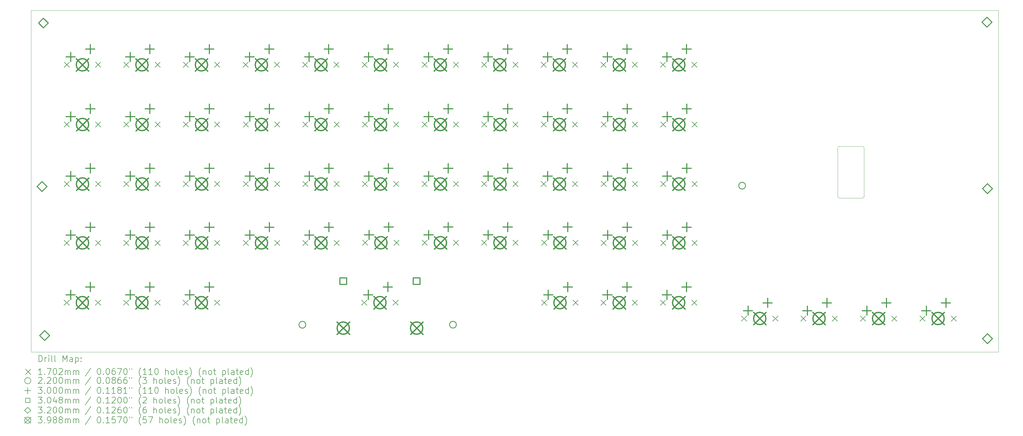
<source format=gbr>
%TF.GenerationSoftware,KiCad,Pcbnew,(6.0.7)*%
%TF.CreationDate,2022-12-19T10:59:46-08:00*%
%TF.ProjectId,openot rev2,6f70656e-6f74-4207-9265-76322e6b6963,rev?*%
%TF.SameCoordinates,Original*%
%TF.FileFunction,Drillmap*%
%TF.FilePolarity,Positive*%
%FSLAX45Y45*%
G04 Gerber Fmt 4.5, Leading zero omitted, Abs format (unit mm)*
G04 Created by KiCad (PCBNEW (6.0.7)) date 2022-12-19 10:59:46*
%MOMM*%
%LPD*%
G01*
G04 APERTURE LIST*
%ADD10C,0.100000*%
%ADD11C,0.200000*%
%ADD12C,0.170180*%
%ADD13C,0.220000*%
%ADD14C,0.300000*%
%ADD15C,0.304800*%
%ADD16C,0.320000*%
%ADD17C,0.398780*%
G04 APERTURE END LIST*
D10*
X32317768Y-13822223D02*
X33067768Y-13822223D01*
X32267768Y-13772223D02*
X32267768Y-12197223D01*
X32317768Y-12147223D02*
X33067768Y-12147223D01*
X32267766Y-13772223D02*
G75*
G03*
X32317768Y-13822223I50004J4D01*
G01*
X6099568Y-7738563D02*
X37478728Y-7738563D01*
X37478728Y-7738563D02*
X37478728Y-18818043D01*
X37478728Y-18818043D02*
X6099568Y-18818043D01*
X6099568Y-18818043D02*
X6099568Y-7738563D01*
X33117768Y-12197223D02*
X33117768Y-13772223D01*
X33117766Y-12197223D02*
G75*
G03*
X33067768Y-12147223I-49997J4D01*
G01*
X33067768Y-13822218D02*
G75*
G03*
X33117768Y-13772223I2J49998D01*
G01*
X32317768Y-12147218D02*
G75*
G03*
X32267768Y-12197223I2J-50002D01*
G01*
D11*
D12*
X7172910Y-17134910D02*
X7343090Y-17305090D01*
X7343090Y-17134910D02*
X7172910Y-17305090D01*
X7174963Y-9417139D02*
X7345143Y-9587319D01*
X7345143Y-9417139D02*
X7174963Y-9587319D01*
X7177990Y-11353870D02*
X7348170Y-11524050D01*
X7348170Y-11353870D02*
X7177990Y-11524050D01*
X7177990Y-13284270D02*
X7348170Y-13454450D01*
X7348170Y-13284270D02*
X7177990Y-13454450D01*
X7177990Y-15194350D02*
X7348170Y-15364530D01*
X7348170Y-15194350D02*
X7177990Y-15364530D01*
X8188910Y-17134910D02*
X8359090Y-17305090D01*
X8359090Y-17134910D02*
X8188910Y-17305090D01*
X8190963Y-9417139D02*
X8361143Y-9587319D01*
X8361143Y-9417139D02*
X8190963Y-9587319D01*
X8193990Y-11353870D02*
X8364170Y-11524050D01*
X8364170Y-11353870D02*
X8193990Y-11524050D01*
X8193990Y-13284270D02*
X8364170Y-13454450D01*
X8364170Y-13284270D02*
X8193990Y-13454450D01*
X8193990Y-15194350D02*
X8364170Y-15364530D01*
X8364170Y-15194350D02*
X8193990Y-15364530D01*
X9103310Y-17134910D02*
X9273490Y-17305090D01*
X9273490Y-17134910D02*
X9103310Y-17305090D01*
X9105363Y-9417139D02*
X9275543Y-9587319D01*
X9275543Y-9417139D02*
X9105363Y-9587319D01*
X9108390Y-11353870D02*
X9278570Y-11524050D01*
X9278570Y-11353870D02*
X9108390Y-11524050D01*
X9108390Y-13284270D02*
X9278570Y-13454450D01*
X9278570Y-13284270D02*
X9108390Y-13454450D01*
X9108390Y-15194350D02*
X9278570Y-15364530D01*
X9278570Y-15194350D02*
X9108390Y-15364530D01*
X10119310Y-17134910D02*
X10289490Y-17305090D01*
X10289490Y-17134910D02*
X10119310Y-17305090D01*
X10121363Y-9417139D02*
X10291543Y-9587319D01*
X10291543Y-9417139D02*
X10121363Y-9587319D01*
X10124390Y-11353870D02*
X10294570Y-11524050D01*
X10294570Y-11353870D02*
X10124390Y-11524050D01*
X10124390Y-13284270D02*
X10294570Y-13454450D01*
X10294570Y-13284270D02*
X10124390Y-13454450D01*
X10124390Y-15194350D02*
X10294570Y-15364530D01*
X10294570Y-15194350D02*
X10124390Y-15364530D01*
X11033710Y-17134910D02*
X11203890Y-17305090D01*
X11203890Y-17134910D02*
X11033710Y-17305090D01*
X11035763Y-9417139D02*
X11205943Y-9587319D01*
X11205943Y-9417139D02*
X11035763Y-9587319D01*
X11038790Y-11353870D02*
X11208970Y-11524050D01*
X11208970Y-11353870D02*
X11038790Y-11524050D01*
X11038790Y-13284270D02*
X11208970Y-13454450D01*
X11208970Y-13284270D02*
X11038790Y-13454450D01*
X11038790Y-15194350D02*
X11208970Y-15364530D01*
X11208970Y-15194350D02*
X11038790Y-15364530D01*
X12049710Y-17134910D02*
X12219890Y-17305090D01*
X12219890Y-17134910D02*
X12049710Y-17305090D01*
X12051763Y-9417139D02*
X12221943Y-9587319D01*
X12221943Y-9417139D02*
X12051763Y-9587319D01*
X12054790Y-11353870D02*
X12224970Y-11524050D01*
X12224970Y-11353870D02*
X12054790Y-11524050D01*
X12054790Y-13284270D02*
X12224970Y-13454450D01*
X12224970Y-13284270D02*
X12054790Y-13454450D01*
X12054790Y-15194350D02*
X12224970Y-15364530D01*
X12224970Y-15194350D02*
X12054790Y-15364530D01*
X12978863Y-9417139D02*
X13149043Y-9587319D01*
X13149043Y-9417139D02*
X12978863Y-9587319D01*
X12981890Y-11353870D02*
X13152070Y-11524050D01*
X13152070Y-11353870D02*
X12981890Y-11524050D01*
X12981890Y-13284270D02*
X13152070Y-13454450D01*
X13152070Y-13284270D02*
X12981890Y-13454450D01*
X12981890Y-15194350D02*
X13152070Y-15364530D01*
X13152070Y-15194350D02*
X12981890Y-15364530D01*
X13994863Y-9417139D02*
X14165043Y-9587319D01*
X14165043Y-9417139D02*
X13994863Y-9587319D01*
X13997890Y-11353870D02*
X14168070Y-11524050D01*
X14168070Y-11353870D02*
X13997890Y-11524050D01*
X13997890Y-13284270D02*
X14168070Y-13454450D01*
X14168070Y-13284270D02*
X13997890Y-13454450D01*
X13997890Y-15194350D02*
X14168070Y-15364530D01*
X14168070Y-15194350D02*
X13997890Y-15364530D01*
X14909263Y-9417139D02*
X15079443Y-9587319D01*
X15079443Y-9417139D02*
X14909263Y-9587319D01*
X14912290Y-11353870D02*
X15082470Y-11524050D01*
X15082470Y-11353870D02*
X14912290Y-11524050D01*
X14912290Y-13284270D02*
X15082470Y-13454450D01*
X15082470Y-13284270D02*
X14912290Y-13454450D01*
X14912290Y-15194350D02*
X15082470Y-15364530D01*
X15082470Y-15194350D02*
X14912290Y-15364530D01*
X15925263Y-9417139D02*
X16095443Y-9587319D01*
X16095443Y-9417139D02*
X15925263Y-9587319D01*
X15928290Y-11353870D02*
X16098470Y-11524050D01*
X16098470Y-11353870D02*
X15928290Y-11524050D01*
X15928290Y-13284270D02*
X16098470Y-13454450D01*
X16098470Y-13284270D02*
X15928290Y-13454450D01*
X15928290Y-15194350D02*
X16098470Y-15364530D01*
X16098470Y-15194350D02*
X15928290Y-15364530D01*
X16824910Y-17134910D02*
X16995090Y-17305090D01*
X16995090Y-17134910D02*
X16824910Y-17305090D01*
X16839663Y-9417139D02*
X17009843Y-9587319D01*
X17009843Y-9417139D02*
X16839663Y-9587319D01*
X16842690Y-11353870D02*
X17012870Y-11524050D01*
X17012870Y-11353870D02*
X16842690Y-11524050D01*
X16842690Y-13284270D02*
X17012870Y-13454450D01*
X17012870Y-13284270D02*
X16842690Y-13454450D01*
X16855877Y-15190521D02*
X17026057Y-15360701D01*
X17026057Y-15190521D02*
X16855877Y-15360701D01*
X17840910Y-17134910D02*
X18011090Y-17305090D01*
X18011090Y-17134910D02*
X17840910Y-17305090D01*
X17855663Y-9417139D02*
X18025843Y-9587319D01*
X18025843Y-9417139D02*
X17855663Y-9587319D01*
X17858690Y-11353870D02*
X18028870Y-11524050D01*
X18028870Y-11353870D02*
X17858690Y-11524050D01*
X17858690Y-13284270D02*
X18028870Y-13454450D01*
X18028870Y-13284270D02*
X17858690Y-13454450D01*
X17871877Y-15190521D02*
X18042057Y-15360701D01*
X18042057Y-15190521D02*
X17871877Y-15360701D01*
X18782763Y-9417139D02*
X18952943Y-9587319D01*
X18952943Y-9417139D02*
X18782763Y-9587319D01*
X18785790Y-11353870D02*
X18955970Y-11524050D01*
X18955970Y-11353870D02*
X18785790Y-11524050D01*
X18785790Y-13284270D02*
X18955970Y-13454450D01*
X18955970Y-13284270D02*
X18785790Y-13454450D01*
X18786277Y-15190521D02*
X18956457Y-15360701D01*
X18956457Y-15190521D02*
X18786277Y-15360701D01*
X19798763Y-9417139D02*
X19968943Y-9587319D01*
X19968943Y-9417139D02*
X19798763Y-9587319D01*
X19801790Y-11353870D02*
X19971970Y-11524050D01*
X19971970Y-11353870D02*
X19801790Y-11524050D01*
X19801790Y-13284270D02*
X19971970Y-13454450D01*
X19971970Y-13284270D02*
X19801790Y-13454450D01*
X19802277Y-15190521D02*
X19972457Y-15360701D01*
X19972457Y-15190521D02*
X19802277Y-15360701D01*
X20713163Y-9417139D02*
X20883343Y-9587319D01*
X20883343Y-9417139D02*
X20713163Y-9587319D01*
X20716190Y-11353870D02*
X20886370Y-11524050D01*
X20886370Y-11353870D02*
X20716190Y-11524050D01*
X20716190Y-13284270D02*
X20886370Y-13454450D01*
X20886370Y-13284270D02*
X20716190Y-13454450D01*
X20716677Y-15190521D02*
X20886857Y-15360701D01*
X20886857Y-15190521D02*
X20716677Y-15360701D01*
X21729163Y-9417139D02*
X21899343Y-9587319D01*
X21899343Y-9417139D02*
X21729163Y-9587319D01*
X21732190Y-11353870D02*
X21902370Y-11524050D01*
X21902370Y-11353870D02*
X21732190Y-11524050D01*
X21732190Y-13284270D02*
X21902370Y-13454450D01*
X21902370Y-13284270D02*
X21732190Y-13454450D01*
X21732677Y-15190521D02*
X21902857Y-15360701D01*
X21902857Y-15190521D02*
X21732677Y-15360701D01*
X22643563Y-9417139D02*
X22813743Y-9587319D01*
X22813743Y-9417139D02*
X22643563Y-9587319D01*
X22646590Y-11353870D02*
X22816770Y-11524050D01*
X22816770Y-11353870D02*
X22646590Y-11524050D01*
X22646590Y-13284270D02*
X22816770Y-13454450D01*
X22816770Y-13284270D02*
X22646590Y-13454450D01*
X22659777Y-15190521D02*
X22829957Y-15360701D01*
X22829957Y-15190521D02*
X22659777Y-15360701D01*
X22664370Y-17134910D02*
X22834550Y-17305090D01*
X22834550Y-17134910D02*
X22664370Y-17305090D01*
X23659563Y-9417139D02*
X23829743Y-9587319D01*
X23829743Y-9417139D02*
X23659563Y-9587319D01*
X23662590Y-11353870D02*
X23832770Y-11524050D01*
X23832770Y-11353870D02*
X23662590Y-11524050D01*
X23662590Y-13284270D02*
X23832770Y-13454450D01*
X23832770Y-13284270D02*
X23662590Y-13454450D01*
X23675777Y-15190521D02*
X23845957Y-15360701D01*
X23845957Y-15190521D02*
X23675777Y-15360701D01*
X23680370Y-17134910D02*
X23850550Y-17305090D01*
X23850550Y-17134910D02*
X23680370Y-17305090D01*
X24584610Y-17134910D02*
X24754790Y-17305090D01*
X24754790Y-17134910D02*
X24584610Y-17305090D01*
X24586663Y-9417139D02*
X24756843Y-9587319D01*
X24756843Y-9417139D02*
X24586663Y-9587319D01*
X24589690Y-11353870D02*
X24759870Y-11524050D01*
X24759870Y-11353870D02*
X24589690Y-11524050D01*
X24589690Y-13284270D02*
X24759870Y-13454450D01*
X24759870Y-13284270D02*
X24589690Y-13454450D01*
X24589690Y-15194350D02*
X24759870Y-15364530D01*
X24759870Y-15194350D02*
X24589690Y-15364530D01*
X25600610Y-17134910D02*
X25770790Y-17305090D01*
X25770790Y-17134910D02*
X25600610Y-17305090D01*
X25602663Y-9417139D02*
X25772843Y-9587319D01*
X25772843Y-9417139D02*
X25602663Y-9587319D01*
X25605690Y-11353870D02*
X25775870Y-11524050D01*
X25775870Y-11353870D02*
X25605690Y-11524050D01*
X25605690Y-13284270D02*
X25775870Y-13454450D01*
X25775870Y-13284270D02*
X25605690Y-13454450D01*
X25605690Y-15194350D02*
X25775870Y-15364530D01*
X25775870Y-15194350D02*
X25605690Y-15364530D01*
X26515010Y-17134910D02*
X26685190Y-17305090D01*
X26685190Y-17134910D02*
X26515010Y-17305090D01*
X26517063Y-9417139D02*
X26687243Y-9587319D01*
X26687243Y-9417139D02*
X26517063Y-9587319D01*
X26520090Y-11353870D02*
X26690270Y-11524050D01*
X26690270Y-11353870D02*
X26520090Y-11524050D01*
X26520090Y-13284270D02*
X26690270Y-13454450D01*
X26690270Y-13284270D02*
X26520090Y-13454450D01*
X26520090Y-15194350D02*
X26690270Y-15364530D01*
X26690270Y-15194350D02*
X26520090Y-15364530D01*
X27531010Y-17134910D02*
X27701190Y-17305090D01*
X27701190Y-17134910D02*
X27531010Y-17305090D01*
X27533063Y-9417139D02*
X27703243Y-9587319D01*
X27703243Y-9417139D02*
X27533063Y-9587319D01*
X27536090Y-11353870D02*
X27706270Y-11524050D01*
X27706270Y-11353870D02*
X27536090Y-11524050D01*
X27536090Y-13284270D02*
X27706270Y-13454450D01*
X27706270Y-13284270D02*
X27536090Y-13454450D01*
X27536090Y-15194350D02*
X27706270Y-15364530D01*
X27706270Y-15194350D02*
X27536090Y-15364530D01*
X29143910Y-17647990D02*
X29314090Y-17818170D01*
X29314090Y-17647990D02*
X29143910Y-17818170D01*
X30159910Y-17647990D02*
X30330090Y-17818170D01*
X30330090Y-17647990D02*
X30159910Y-17818170D01*
X31066690Y-17647990D02*
X31236870Y-17818170D01*
X31236870Y-17647990D02*
X31066690Y-17818170D01*
X32082690Y-17647990D02*
X32252870Y-17818170D01*
X32252870Y-17647990D02*
X32082690Y-17818170D01*
X32997090Y-17647990D02*
X33167270Y-17818170D01*
X33167270Y-17647990D02*
X32997090Y-17818170D01*
X34013090Y-17647990D02*
X34183270Y-17818170D01*
X34183270Y-17647990D02*
X34013090Y-17818170D01*
X34927490Y-17647990D02*
X35097670Y-17818170D01*
X35097670Y-17647990D02*
X34927490Y-17818170D01*
X35943490Y-17647990D02*
X36113670Y-17818170D01*
X36113670Y-17647990D02*
X35943490Y-17818170D01*
D13*
X15011347Y-17936453D02*
G75*
G03*
X15011347Y-17936453I-110000J0D01*
G01*
X19895767Y-17933913D02*
G75*
G03*
X19895767Y-17933913I-110000J0D01*
G01*
X29275000Y-13425000D02*
G75*
G03*
X29275000Y-13425000I-110000J0D01*
G01*
D14*
X7385000Y-16816000D02*
X7385000Y-17116000D01*
X7235000Y-16966000D02*
X7535000Y-16966000D01*
X7387053Y-9098229D02*
X7387053Y-9398229D01*
X7237053Y-9248229D02*
X7537053Y-9248229D01*
X7390080Y-11034960D02*
X7390080Y-11334960D01*
X7240080Y-11184960D02*
X7540080Y-11184960D01*
X7390080Y-12965360D02*
X7390080Y-13265360D01*
X7240080Y-13115360D02*
X7540080Y-13115360D01*
X7390080Y-14875440D02*
X7390080Y-15175440D01*
X7240080Y-15025440D02*
X7540080Y-15025440D01*
X8020000Y-16562000D02*
X8020000Y-16862000D01*
X7870000Y-16712000D02*
X8170000Y-16712000D01*
X8022053Y-8844229D02*
X8022053Y-9144229D01*
X7872053Y-8994229D02*
X8172053Y-8994229D01*
X8025080Y-10780960D02*
X8025080Y-11080960D01*
X7875080Y-10930960D02*
X8175080Y-10930960D01*
X8025080Y-12711360D02*
X8025080Y-13011360D01*
X7875080Y-12861360D02*
X8175080Y-12861360D01*
X8025080Y-14621440D02*
X8025080Y-14921440D01*
X7875080Y-14771440D02*
X8175080Y-14771440D01*
X9315400Y-16816000D02*
X9315400Y-17116000D01*
X9165400Y-16966000D02*
X9465400Y-16966000D01*
X9317453Y-9098229D02*
X9317453Y-9398229D01*
X9167453Y-9248229D02*
X9467453Y-9248229D01*
X9320480Y-11034960D02*
X9320480Y-11334960D01*
X9170480Y-11184960D02*
X9470480Y-11184960D01*
X9320480Y-12965360D02*
X9320480Y-13265360D01*
X9170480Y-13115360D02*
X9470480Y-13115360D01*
X9320480Y-14875440D02*
X9320480Y-15175440D01*
X9170480Y-15025440D02*
X9470480Y-15025440D01*
X9950400Y-16562000D02*
X9950400Y-16862000D01*
X9800400Y-16712000D02*
X10100400Y-16712000D01*
X9952453Y-8844229D02*
X9952453Y-9144229D01*
X9802453Y-8994229D02*
X10102453Y-8994229D01*
X9955480Y-10780960D02*
X9955480Y-11080960D01*
X9805480Y-10930960D02*
X10105480Y-10930960D01*
X9955480Y-12711360D02*
X9955480Y-13011360D01*
X9805480Y-12861360D02*
X10105480Y-12861360D01*
X9955480Y-14621440D02*
X9955480Y-14921440D01*
X9805480Y-14771440D02*
X10105480Y-14771440D01*
X11245800Y-16816000D02*
X11245800Y-17116000D01*
X11095800Y-16966000D02*
X11395800Y-16966000D01*
X11247853Y-9098229D02*
X11247853Y-9398229D01*
X11097853Y-9248229D02*
X11397853Y-9248229D01*
X11250880Y-11034960D02*
X11250880Y-11334960D01*
X11100880Y-11184960D02*
X11400880Y-11184960D01*
X11250880Y-12965360D02*
X11250880Y-13265360D01*
X11100880Y-13115360D02*
X11400880Y-13115360D01*
X11250880Y-14875440D02*
X11250880Y-15175440D01*
X11100880Y-15025440D02*
X11400880Y-15025440D01*
X11880800Y-16562000D02*
X11880800Y-16862000D01*
X11730800Y-16712000D02*
X12030800Y-16712000D01*
X11882853Y-8844229D02*
X11882853Y-9144229D01*
X11732853Y-8994229D02*
X12032853Y-8994229D01*
X11885880Y-10780960D02*
X11885880Y-11080960D01*
X11735880Y-10930960D02*
X12035880Y-10930960D01*
X11885880Y-12711360D02*
X11885880Y-13011360D01*
X11735880Y-12861360D02*
X12035880Y-12861360D01*
X11885880Y-14621440D02*
X11885880Y-14921440D01*
X11735880Y-14771440D02*
X12035880Y-14771440D01*
X13190953Y-9098229D02*
X13190953Y-9398229D01*
X13040953Y-9248229D02*
X13340953Y-9248229D01*
X13193980Y-11034960D02*
X13193980Y-11334960D01*
X13043980Y-11184960D02*
X13343980Y-11184960D01*
X13193980Y-12965360D02*
X13193980Y-13265360D01*
X13043980Y-13115360D02*
X13343980Y-13115360D01*
X13193980Y-14875440D02*
X13193980Y-15175440D01*
X13043980Y-15025440D02*
X13343980Y-15025440D01*
X13825953Y-8844229D02*
X13825953Y-9144229D01*
X13675953Y-8994229D02*
X13975953Y-8994229D01*
X13828980Y-10780960D02*
X13828980Y-11080960D01*
X13678980Y-10930960D02*
X13978980Y-10930960D01*
X13828980Y-12711360D02*
X13828980Y-13011360D01*
X13678980Y-12861360D02*
X13978980Y-12861360D01*
X13828980Y-14621440D02*
X13828980Y-14921440D01*
X13678980Y-14771440D02*
X13978980Y-14771440D01*
X15121353Y-9098229D02*
X15121353Y-9398229D01*
X14971353Y-9248229D02*
X15271353Y-9248229D01*
X15124380Y-11034960D02*
X15124380Y-11334960D01*
X14974380Y-11184960D02*
X15274380Y-11184960D01*
X15124380Y-12965360D02*
X15124380Y-13265360D01*
X14974380Y-13115360D02*
X15274380Y-13115360D01*
X15124380Y-14875440D02*
X15124380Y-15175440D01*
X14974380Y-15025440D02*
X15274380Y-15025440D01*
X15756353Y-8844229D02*
X15756353Y-9144229D01*
X15606353Y-8994229D02*
X15906353Y-8994229D01*
X15759380Y-10780960D02*
X15759380Y-11080960D01*
X15609380Y-10930960D02*
X15909380Y-10930960D01*
X15759380Y-12711360D02*
X15759380Y-13011360D01*
X15609380Y-12861360D02*
X15909380Y-12861360D01*
X15759380Y-14621440D02*
X15759380Y-14921440D01*
X15609380Y-14771440D02*
X15909380Y-14771440D01*
X17037000Y-16816000D02*
X17037000Y-17116000D01*
X16887000Y-16966000D02*
X17187000Y-16966000D01*
X17051753Y-9098229D02*
X17051753Y-9398229D01*
X16901753Y-9248229D02*
X17201753Y-9248229D01*
X17054780Y-11034960D02*
X17054780Y-11334960D01*
X16904780Y-11184960D02*
X17204780Y-11184960D01*
X17054780Y-12965360D02*
X17054780Y-13265360D01*
X16904780Y-13115360D02*
X17204780Y-13115360D01*
X17067967Y-14871611D02*
X17067967Y-15171611D01*
X16917967Y-15021611D02*
X17217967Y-15021611D01*
X17672000Y-16562000D02*
X17672000Y-16862000D01*
X17522000Y-16712000D02*
X17822000Y-16712000D01*
X17686753Y-8844229D02*
X17686753Y-9144229D01*
X17536753Y-8994229D02*
X17836753Y-8994229D01*
X17689780Y-10780960D02*
X17689780Y-11080960D01*
X17539780Y-10930960D02*
X17839780Y-10930960D01*
X17689780Y-12711360D02*
X17689780Y-13011360D01*
X17539780Y-12861360D02*
X17839780Y-12861360D01*
X17702967Y-14617611D02*
X17702967Y-14917611D01*
X17552967Y-14767611D02*
X17852967Y-14767611D01*
X18994853Y-9098229D02*
X18994853Y-9398229D01*
X18844853Y-9248229D02*
X19144853Y-9248229D01*
X18997880Y-11034960D02*
X18997880Y-11334960D01*
X18847880Y-11184960D02*
X19147880Y-11184960D01*
X18997880Y-12965360D02*
X18997880Y-13265360D01*
X18847880Y-13115360D02*
X19147880Y-13115360D01*
X18998367Y-14871611D02*
X18998367Y-15171611D01*
X18848367Y-15021611D02*
X19148367Y-15021611D01*
X19629853Y-8844229D02*
X19629853Y-9144229D01*
X19479853Y-8994229D02*
X19779853Y-8994229D01*
X19632880Y-10780960D02*
X19632880Y-11080960D01*
X19482880Y-10930960D02*
X19782880Y-10930960D01*
X19632880Y-12711360D02*
X19632880Y-13011360D01*
X19482880Y-12861360D02*
X19782880Y-12861360D01*
X19633367Y-14617611D02*
X19633367Y-14917611D01*
X19483367Y-14767611D02*
X19783367Y-14767611D01*
X20925253Y-9098229D02*
X20925253Y-9398229D01*
X20775253Y-9248229D02*
X21075253Y-9248229D01*
X20928280Y-11034960D02*
X20928280Y-11334960D01*
X20778280Y-11184960D02*
X21078280Y-11184960D01*
X20928280Y-12965360D02*
X20928280Y-13265360D01*
X20778280Y-13115360D02*
X21078280Y-13115360D01*
X20928767Y-14871611D02*
X20928767Y-15171611D01*
X20778767Y-15021611D02*
X21078767Y-15021611D01*
X21560253Y-8844229D02*
X21560253Y-9144229D01*
X21410253Y-8994229D02*
X21710253Y-8994229D01*
X21563280Y-10780960D02*
X21563280Y-11080960D01*
X21413280Y-10930960D02*
X21713280Y-10930960D01*
X21563280Y-12711360D02*
X21563280Y-13011360D01*
X21413280Y-12861360D02*
X21713280Y-12861360D01*
X21563767Y-14617611D02*
X21563767Y-14917611D01*
X21413767Y-14767611D02*
X21713767Y-14767611D01*
X22855653Y-9098229D02*
X22855653Y-9398229D01*
X22705653Y-9248229D02*
X23005653Y-9248229D01*
X22858680Y-11034960D02*
X22858680Y-11334960D01*
X22708680Y-11184960D02*
X23008680Y-11184960D01*
X22858680Y-12965360D02*
X22858680Y-13265360D01*
X22708680Y-13115360D02*
X23008680Y-13115360D01*
X22871867Y-14871611D02*
X22871867Y-15171611D01*
X22721867Y-15021611D02*
X23021867Y-15021611D01*
X22876460Y-16816000D02*
X22876460Y-17116000D01*
X22726460Y-16966000D02*
X23026460Y-16966000D01*
X23490653Y-8844229D02*
X23490653Y-9144229D01*
X23340653Y-8994229D02*
X23640653Y-8994229D01*
X23493680Y-10780960D02*
X23493680Y-11080960D01*
X23343680Y-10930960D02*
X23643680Y-10930960D01*
X23493680Y-12711360D02*
X23493680Y-13011360D01*
X23343680Y-12861360D02*
X23643680Y-12861360D01*
X23506867Y-14617611D02*
X23506867Y-14917611D01*
X23356867Y-14767611D02*
X23656867Y-14767611D01*
X23511460Y-16562000D02*
X23511460Y-16862000D01*
X23361460Y-16712000D02*
X23661460Y-16712000D01*
X24796700Y-16816000D02*
X24796700Y-17116000D01*
X24646700Y-16966000D02*
X24946700Y-16966000D01*
X24798753Y-9098229D02*
X24798753Y-9398229D01*
X24648753Y-9248229D02*
X24948753Y-9248229D01*
X24801780Y-11034960D02*
X24801780Y-11334960D01*
X24651780Y-11184960D02*
X24951780Y-11184960D01*
X24801780Y-12965360D02*
X24801780Y-13265360D01*
X24651780Y-13115360D02*
X24951780Y-13115360D01*
X24801780Y-14875440D02*
X24801780Y-15175440D01*
X24651780Y-15025440D02*
X24951780Y-15025440D01*
X25431700Y-16562000D02*
X25431700Y-16862000D01*
X25281700Y-16712000D02*
X25581700Y-16712000D01*
X25433753Y-8844229D02*
X25433753Y-9144229D01*
X25283753Y-8994229D02*
X25583753Y-8994229D01*
X25436780Y-10780960D02*
X25436780Y-11080960D01*
X25286780Y-10930960D02*
X25586780Y-10930960D01*
X25436780Y-12711360D02*
X25436780Y-13011360D01*
X25286780Y-12861360D02*
X25586780Y-12861360D01*
X25436780Y-14621440D02*
X25436780Y-14921440D01*
X25286780Y-14771440D02*
X25586780Y-14771440D01*
X26727100Y-16816000D02*
X26727100Y-17116000D01*
X26577100Y-16966000D02*
X26877100Y-16966000D01*
X26729153Y-9098229D02*
X26729153Y-9398229D01*
X26579153Y-9248229D02*
X26879153Y-9248229D01*
X26732180Y-11034960D02*
X26732180Y-11334960D01*
X26582180Y-11184960D02*
X26882180Y-11184960D01*
X26732180Y-12965360D02*
X26732180Y-13265360D01*
X26582180Y-13115360D02*
X26882180Y-13115360D01*
X26732180Y-14875440D02*
X26732180Y-15175440D01*
X26582180Y-15025440D02*
X26882180Y-15025440D01*
X27362100Y-16562000D02*
X27362100Y-16862000D01*
X27212100Y-16712000D02*
X27512100Y-16712000D01*
X27364153Y-8844229D02*
X27364153Y-9144229D01*
X27214153Y-8994229D02*
X27514153Y-8994229D01*
X27367180Y-10780960D02*
X27367180Y-11080960D01*
X27217180Y-10930960D02*
X27517180Y-10930960D01*
X27367180Y-12711360D02*
X27367180Y-13011360D01*
X27217180Y-12861360D02*
X27517180Y-12861360D01*
X27367180Y-14621440D02*
X27367180Y-14921440D01*
X27217180Y-14771440D02*
X27517180Y-14771440D01*
X29356000Y-17329080D02*
X29356000Y-17629080D01*
X29206000Y-17479080D02*
X29506000Y-17479080D01*
X29991000Y-17075080D02*
X29991000Y-17375080D01*
X29841000Y-17225080D02*
X30141000Y-17225080D01*
X31278780Y-17329080D02*
X31278780Y-17629080D01*
X31128780Y-17479080D02*
X31428780Y-17479080D01*
X31913780Y-17075080D02*
X31913780Y-17375080D01*
X31763780Y-17225080D02*
X32063780Y-17225080D01*
X33209180Y-17329080D02*
X33209180Y-17629080D01*
X33059180Y-17479080D02*
X33359180Y-17479080D01*
X33844180Y-17075080D02*
X33844180Y-17375080D01*
X33694180Y-17225080D02*
X33994180Y-17225080D01*
X35139580Y-17329080D02*
X35139580Y-17629080D01*
X34989580Y-17479080D02*
X35289580Y-17479080D01*
X35774580Y-17075080D02*
X35774580Y-17375080D01*
X35624580Y-17225080D02*
X35924580Y-17225080D01*
D15*
X16335764Y-16629264D02*
X16335764Y-16413736D01*
X16120236Y-16413736D01*
X16120236Y-16629264D01*
X16335764Y-16629264D01*
X18715764Y-16629264D02*
X18715764Y-16413736D01*
X18500236Y-16413736D01*
X18500236Y-16629264D01*
X18715764Y-16629264D01*
D16*
X6457708Y-13611023D02*
X6617708Y-13451023D01*
X6457708Y-13291023D01*
X6297708Y-13451023D01*
X6457708Y-13611023D01*
X6503428Y-8307503D02*
X6663428Y-8147503D01*
X6503428Y-7987503D01*
X6343428Y-8147503D01*
X6503428Y-8307503D01*
X6538988Y-18447183D02*
X6698988Y-18287183D01*
X6538988Y-18127183D01*
X6378988Y-18287183D01*
X6538988Y-18447183D01*
X37105348Y-8277023D02*
X37265348Y-8117023D01*
X37105348Y-7957023D01*
X36945348Y-8117023D01*
X37105348Y-8277023D01*
X37120588Y-18548783D02*
X37280588Y-18388783D01*
X37120588Y-18228783D01*
X36960588Y-18388783D01*
X37120588Y-18548783D01*
X37125668Y-13682143D02*
X37285668Y-13522143D01*
X37125668Y-13362143D01*
X36965668Y-13522143D01*
X37125668Y-13682143D01*
D17*
X7566610Y-17020610D02*
X7965390Y-17419390D01*
X7965390Y-17020610D02*
X7566610Y-17419390D01*
X7965390Y-17220000D02*
G75*
G03*
X7965390Y-17220000I-199390J0D01*
G01*
X7568663Y-9302839D02*
X7967443Y-9701619D01*
X7967443Y-9302839D02*
X7568663Y-9701619D01*
X7967443Y-9502229D02*
G75*
G03*
X7967443Y-9502229I-199390J0D01*
G01*
X7571690Y-11239570D02*
X7970470Y-11638350D01*
X7970470Y-11239570D02*
X7571690Y-11638350D01*
X7970470Y-11438960D02*
G75*
G03*
X7970470Y-11438960I-199390J0D01*
G01*
X7571690Y-13169970D02*
X7970470Y-13568750D01*
X7970470Y-13169970D02*
X7571690Y-13568750D01*
X7970470Y-13369360D02*
G75*
G03*
X7970470Y-13369360I-199390J0D01*
G01*
X7571690Y-15080050D02*
X7970470Y-15478830D01*
X7970470Y-15080050D02*
X7571690Y-15478830D01*
X7970470Y-15279440D02*
G75*
G03*
X7970470Y-15279440I-199390J0D01*
G01*
X9497010Y-17020610D02*
X9895790Y-17419390D01*
X9895790Y-17020610D02*
X9497010Y-17419390D01*
X9895790Y-17220000D02*
G75*
G03*
X9895790Y-17220000I-199390J0D01*
G01*
X9499063Y-9302839D02*
X9897843Y-9701619D01*
X9897843Y-9302839D02*
X9499063Y-9701619D01*
X9897843Y-9502229D02*
G75*
G03*
X9897843Y-9502229I-199390J0D01*
G01*
X9502090Y-11239570D02*
X9900870Y-11638350D01*
X9900870Y-11239570D02*
X9502090Y-11638350D01*
X9900870Y-11438960D02*
G75*
G03*
X9900870Y-11438960I-199390J0D01*
G01*
X9502090Y-13169970D02*
X9900870Y-13568750D01*
X9900870Y-13169970D02*
X9502090Y-13568750D01*
X9900870Y-13369360D02*
G75*
G03*
X9900870Y-13369360I-199390J0D01*
G01*
X9502090Y-15080050D02*
X9900870Y-15478830D01*
X9900870Y-15080050D02*
X9502090Y-15478830D01*
X9900870Y-15279440D02*
G75*
G03*
X9900870Y-15279440I-199390J0D01*
G01*
X11427410Y-17020610D02*
X11826190Y-17419390D01*
X11826190Y-17020610D02*
X11427410Y-17419390D01*
X11826190Y-17220000D02*
G75*
G03*
X11826190Y-17220000I-199390J0D01*
G01*
X11429463Y-9302839D02*
X11828243Y-9701619D01*
X11828243Y-9302839D02*
X11429463Y-9701619D01*
X11828243Y-9502229D02*
G75*
G03*
X11828243Y-9502229I-199390J0D01*
G01*
X11432490Y-11239570D02*
X11831270Y-11638350D01*
X11831270Y-11239570D02*
X11432490Y-11638350D01*
X11831270Y-11438960D02*
G75*
G03*
X11831270Y-11438960I-199390J0D01*
G01*
X11432490Y-13169970D02*
X11831270Y-13568750D01*
X11831270Y-13169970D02*
X11432490Y-13568750D01*
X11831270Y-13369360D02*
G75*
G03*
X11831270Y-13369360I-199390J0D01*
G01*
X11432490Y-15080050D02*
X11831270Y-15478830D01*
X11831270Y-15080050D02*
X11432490Y-15478830D01*
X11831270Y-15279440D02*
G75*
G03*
X11831270Y-15279440I-199390J0D01*
G01*
X13372563Y-9302839D02*
X13771343Y-9701619D01*
X13771343Y-9302839D02*
X13372563Y-9701619D01*
X13771343Y-9502229D02*
G75*
G03*
X13771343Y-9502229I-199390J0D01*
G01*
X13375590Y-11239570D02*
X13774370Y-11638350D01*
X13774370Y-11239570D02*
X13375590Y-11638350D01*
X13774370Y-11438960D02*
G75*
G03*
X13774370Y-11438960I-199390J0D01*
G01*
X13375590Y-13169970D02*
X13774370Y-13568750D01*
X13774370Y-13169970D02*
X13375590Y-13568750D01*
X13774370Y-13369360D02*
G75*
G03*
X13774370Y-13369360I-199390J0D01*
G01*
X13375590Y-15080050D02*
X13774370Y-15478830D01*
X13774370Y-15080050D02*
X13375590Y-15478830D01*
X13774370Y-15279440D02*
G75*
G03*
X13774370Y-15279440I-199390J0D01*
G01*
X15302963Y-9302839D02*
X15701743Y-9701619D01*
X15701743Y-9302839D02*
X15302963Y-9701619D01*
X15701743Y-9502229D02*
G75*
G03*
X15701743Y-9502229I-199390J0D01*
G01*
X15305990Y-11239570D02*
X15704770Y-11638350D01*
X15704770Y-11239570D02*
X15305990Y-11638350D01*
X15704770Y-11438960D02*
G75*
G03*
X15704770Y-11438960I-199390J0D01*
G01*
X15305990Y-13169970D02*
X15704770Y-13568750D01*
X15704770Y-13169970D02*
X15305990Y-13568750D01*
X15704770Y-13369360D02*
G75*
G03*
X15704770Y-13369360I-199390J0D01*
G01*
X15305990Y-15080050D02*
X15704770Y-15478830D01*
X15704770Y-15080050D02*
X15305990Y-15478830D01*
X15704770Y-15279440D02*
G75*
G03*
X15704770Y-15279440I-199390J0D01*
G01*
X16028610Y-17846110D02*
X16427390Y-18244890D01*
X16427390Y-17846110D02*
X16028610Y-18244890D01*
X16427390Y-18045500D02*
G75*
G03*
X16427390Y-18045500I-199390J0D01*
G01*
X17218610Y-17020610D02*
X17617390Y-17419390D01*
X17617390Y-17020610D02*
X17218610Y-17419390D01*
X17617390Y-17220000D02*
G75*
G03*
X17617390Y-17220000I-199390J0D01*
G01*
X17233363Y-9302839D02*
X17632143Y-9701619D01*
X17632143Y-9302839D02*
X17233363Y-9701619D01*
X17632143Y-9502229D02*
G75*
G03*
X17632143Y-9502229I-199390J0D01*
G01*
X17236390Y-11239570D02*
X17635170Y-11638350D01*
X17635170Y-11239570D02*
X17236390Y-11638350D01*
X17635170Y-11438960D02*
G75*
G03*
X17635170Y-11438960I-199390J0D01*
G01*
X17236390Y-13169970D02*
X17635170Y-13568750D01*
X17635170Y-13169970D02*
X17236390Y-13568750D01*
X17635170Y-13369360D02*
G75*
G03*
X17635170Y-13369360I-199390J0D01*
G01*
X17249577Y-15076221D02*
X17648357Y-15475001D01*
X17648357Y-15076221D02*
X17249577Y-15475001D01*
X17648357Y-15275611D02*
G75*
G03*
X17648357Y-15275611I-199390J0D01*
G01*
X18408610Y-17846110D02*
X18807390Y-18244890D01*
X18807390Y-17846110D02*
X18408610Y-18244890D01*
X18807390Y-18045500D02*
G75*
G03*
X18807390Y-18045500I-199390J0D01*
G01*
X19176463Y-9302839D02*
X19575243Y-9701619D01*
X19575243Y-9302839D02*
X19176463Y-9701619D01*
X19575243Y-9502229D02*
G75*
G03*
X19575243Y-9502229I-199390J0D01*
G01*
X19179490Y-11239570D02*
X19578270Y-11638350D01*
X19578270Y-11239570D02*
X19179490Y-11638350D01*
X19578270Y-11438960D02*
G75*
G03*
X19578270Y-11438960I-199390J0D01*
G01*
X19179490Y-13169970D02*
X19578270Y-13568750D01*
X19578270Y-13169970D02*
X19179490Y-13568750D01*
X19578270Y-13369360D02*
G75*
G03*
X19578270Y-13369360I-199390J0D01*
G01*
X19179977Y-15076221D02*
X19578757Y-15475001D01*
X19578757Y-15076221D02*
X19179977Y-15475001D01*
X19578757Y-15275611D02*
G75*
G03*
X19578757Y-15275611I-199390J0D01*
G01*
X21106863Y-9302839D02*
X21505643Y-9701619D01*
X21505643Y-9302839D02*
X21106863Y-9701619D01*
X21505643Y-9502229D02*
G75*
G03*
X21505643Y-9502229I-199390J0D01*
G01*
X21109890Y-11239570D02*
X21508670Y-11638350D01*
X21508670Y-11239570D02*
X21109890Y-11638350D01*
X21508670Y-11438960D02*
G75*
G03*
X21508670Y-11438960I-199390J0D01*
G01*
X21109890Y-13169970D02*
X21508670Y-13568750D01*
X21508670Y-13169970D02*
X21109890Y-13568750D01*
X21508670Y-13369360D02*
G75*
G03*
X21508670Y-13369360I-199390J0D01*
G01*
X21110377Y-15076221D02*
X21509157Y-15475001D01*
X21509157Y-15076221D02*
X21110377Y-15475001D01*
X21509157Y-15275611D02*
G75*
G03*
X21509157Y-15275611I-199390J0D01*
G01*
X23037263Y-9302839D02*
X23436043Y-9701619D01*
X23436043Y-9302839D02*
X23037263Y-9701619D01*
X23436043Y-9502229D02*
G75*
G03*
X23436043Y-9502229I-199390J0D01*
G01*
X23040290Y-11239570D02*
X23439070Y-11638350D01*
X23439070Y-11239570D02*
X23040290Y-11638350D01*
X23439070Y-11438960D02*
G75*
G03*
X23439070Y-11438960I-199390J0D01*
G01*
X23040290Y-13169970D02*
X23439070Y-13568750D01*
X23439070Y-13169970D02*
X23040290Y-13568750D01*
X23439070Y-13369360D02*
G75*
G03*
X23439070Y-13369360I-199390J0D01*
G01*
X23053477Y-15076221D02*
X23452257Y-15475001D01*
X23452257Y-15076221D02*
X23053477Y-15475001D01*
X23452257Y-15275611D02*
G75*
G03*
X23452257Y-15275611I-199390J0D01*
G01*
X23058070Y-17020610D02*
X23456850Y-17419390D01*
X23456850Y-17020610D02*
X23058070Y-17419390D01*
X23456850Y-17220000D02*
G75*
G03*
X23456850Y-17220000I-199390J0D01*
G01*
X24978310Y-17020610D02*
X25377090Y-17419390D01*
X25377090Y-17020610D02*
X24978310Y-17419390D01*
X25377090Y-17220000D02*
G75*
G03*
X25377090Y-17220000I-199390J0D01*
G01*
X24980363Y-9302839D02*
X25379143Y-9701619D01*
X25379143Y-9302839D02*
X24980363Y-9701619D01*
X25379143Y-9502229D02*
G75*
G03*
X25379143Y-9502229I-199390J0D01*
G01*
X24983390Y-11239570D02*
X25382170Y-11638350D01*
X25382170Y-11239570D02*
X24983390Y-11638350D01*
X25382170Y-11438960D02*
G75*
G03*
X25382170Y-11438960I-199390J0D01*
G01*
X24983390Y-13169970D02*
X25382170Y-13568750D01*
X25382170Y-13169970D02*
X24983390Y-13568750D01*
X25382170Y-13369360D02*
G75*
G03*
X25382170Y-13369360I-199390J0D01*
G01*
X24983390Y-15080050D02*
X25382170Y-15478830D01*
X25382170Y-15080050D02*
X24983390Y-15478830D01*
X25382170Y-15279440D02*
G75*
G03*
X25382170Y-15279440I-199390J0D01*
G01*
X26908710Y-17020610D02*
X27307490Y-17419390D01*
X27307490Y-17020610D02*
X26908710Y-17419390D01*
X27307490Y-17220000D02*
G75*
G03*
X27307490Y-17220000I-199390J0D01*
G01*
X26910763Y-9302839D02*
X27309543Y-9701619D01*
X27309543Y-9302839D02*
X26910763Y-9701619D01*
X27309543Y-9502229D02*
G75*
G03*
X27309543Y-9502229I-199390J0D01*
G01*
X26913790Y-11239570D02*
X27312570Y-11638350D01*
X27312570Y-11239570D02*
X26913790Y-11638350D01*
X27312570Y-11438960D02*
G75*
G03*
X27312570Y-11438960I-199390J0D01*
G01*
X26913790Y-13169970D02*
X27312570Y-13568750D01*
X27312570Y-13169970D02*
X26913790Y-13568750D01*
X27312570Y-13369360D02*
G75*
G03*
X27312570Y-13369360I-199390J0D01*
G01*
X26913790Y-15080050D02*
X27312570Y-15478830D01*
X27312570Y-15080050D02*
X26913790Y-15478830D01*
X27312570Y-15279440D02*
G75*
G03*
X27312570Y-15279440I-199390J0D01*
G01*
X29537610Y-17533690D02*
X29936390Y-17932470D01*
X29936390Y-17533690D02*
X29537610Y-17932470D01*
X29936390Y-17733080D02*
G75*
G03*
X29936390Y-17733080I-199390J0D01*
G01*
X31460390Y-17533690D02*
X31859170Y-17932470D01*
X31859170Y-17533690D02*
X31460390Y-17932470D01*
X31859170Y-17733080D02*
G75*
G03*
X31859170Y-17733080I-199390J0D01*
G01*
X33390790Y-17533690D02*
X33789570Y-17932470D01*
X33789570Y-17533690D02*
X33390790Y-17932470D01*
X33789570Y-17733080D02*
G75*
G03*
X33789570Y-17733080I-199390J0D01*
G01*
X35321190Y-17533690D02*
X35719970Y-17932470D01*
X35719970Y-17533690D02*
X35321190Y-17932470D01*
X35719970Y-17733080D02*
G75*
G03*
X35719970Y-17733080I-199390J0D01*
G01*
D11*
X6352187Y-19133520D02*
X6352187Y-18933520D01*
X6399806Y-18933520D01*
X6428378Y-18943043D01*
X6447425Y-18962091D01*
X6456949Y-18981139D01*
X6466473Y-19019234D01*
X6466473Y-19047805D01*
X6456949Y-19085901D01*
X6447425Y-19104948D01*
X6428378Y-19123996D01*
X6399806Y-19133520D01*
X6352187Y-19133520D01*
X6552187Y-19133520D02*
X6552187Y-19000186D01*
X6552187Y-19038281D02*
X6561711Y-19019234D01*
X6571235Y-19009710D01*
X6590282Y-19000186D01*
X6609330Y-19000186D01*
X6675997Y-19133520D02*
X6675997Y-19000186D01*
X6675997Y-18933520D02*
X6666473Y-18943043D01*
X6675997Y-18952567D01*
X6685521Y-18943043D01*
X6675997Y-18933520D01*
X6675997Y-18952567D01*
X6799806Y-19133520D02*
X6780759Y-19123996D01*
X6771235Y-19104948D01*
X6771235Y-18933520D01*
X6904568Y-19133520D02*
X6885521Y-19123996D01*
X6875997Y-19104948D01*
X6875997Y-18933520D01*
X7133140Y-19133520D02*
X7133140Y-18933520D01*
X7199806Y-19076377D01*
X7266473Y-18933520D01*
X7266473Y-19133520D01*
X7447425Y-19133520D02*
X7447425Y-19028758D01*
X7437902Y-19009710D01*
X7418854Y-19000186D01*
X7380759Y-19000186D01*
X7361711Y-19009710D01*
X7447425Y-19123996D02*
X7428378Y-19133520D01*
X7380759Y-19133520D01*
X7361711Y-19123996D01*
X7352187Y-19104948D01*
X7352187Y-19085901D01*
X7361711Y-19066853D01*
X7380759Y-19057329D01*
X7428378Y-19057329D01*
X7447425Y-19047805D01*
X7542663Y-19000186D02*
X7542663Y-19200186D01*
X7542663Y-19009710D02*
X7561711Y-19000186D01*
X7599806Y-19000186D01*
X7618854Y-19009710D01*
X7628378Y-19019234D01*
X7637902Y-19038281D01*
X7637902Y-19095424D01*
X7628378Y-19114472D01*
X7618854Y-19123996D01*
X7599806Y-19133520D01*
X7561711Y-19133520D01*
X7542663Y-19123996D01*
X7723616Y-19114472D02*
X7733140Y-19123996D01*
X7723616Y-19133520D01*
X7714092Y-19123996D01*
X7723616Y-19114472D01*
X7723616Y-19133520D01*
X7723616Y-19009710D02*
X7733140Y-19019234D01*
X7723616Y-19028758D01*
X7714092Y-19019234D01*
X7723616Y-19009710D01*
X7723616Y-19028758D01*
D12*
X5924388Y-19377953D02*
X6094568Y-19548133D01*
X6094568Y-19377953D02*
X5924388Y-19548133D01*
D11*
X6456949Y-19553520D02*
X6342663Y-19553520D01*
X6399806Y-19553520D02*
X6399806Y-19353520D01*
X6380759Y-19382091D01*
X6361711Y-19401139D01*
X6342663Y-19410662D01*
X6542663Y-19534472D02*
X6552187Y-19543996D01*
X6542663Y-19553520D01*
X6533140Y-19543996D01*
X6542663Y-19534472D01*
X6542663Y-19553520D01*
X6618854Y-19353520D02*
X6752187Y-19353520D01*
X6666473Y-19553520D01*
X6866473Y-19353520D02*
X6885521Y-19353520D01*
X6904568Y-19363043D01*
X6914092Y-19372567D01*
X6923616Y-19391615D01*
X6933140Y-19429710D01*
X6933140Y-19477329D01*
X6923616Y-19515424D01*
X6914092Y-19534472D01*
X6904568Y-19543996D01*
X6885521Y-19553520D01*
X6866473Y-19553520D01*
X6847425Y-19543996D01*
X6837902Y-19534472D01*
X6828378Y-19515424D01*
X6818854Y-19477329D01*
X6818854Y-19429710D01*
X6828378Y-19391615D01*
X6837902Y-19372567D01*
X6847425Y-19363043D01*
X6866473Y-19353520D01*
X7009330Y-19372567D02*
X7018854Y-19363043D01*
X7037902Y-19353520D01*
X7085521Y-19353520D01*
X7104568Y-19363043D01*
X7114092Y-19372567D01*
X7123616Y-19391615D01*
X7123616Y-19410662D01*
X7114092Y-19439234D01*
X6999806Y-19553520D01*
X7123616Y-19553520D01*
X7209330Y-19553520D02*
X7209330Y-19420186D01*
X7209330Y-19439234D02*
X7218854Y-19429710D01*
X7237902Y-19420186D01*
X7266473Y-19420186D01*
X7285521Y-19429710D01*
X7295044Y-19448758D01*
X7295044Y-19553520D01*
X7295044Y-19448758D02*
X7304568Y-19429710D01*
X7323616Y-19420186D01*
X7352187Y-19420186D01*
X7371235Y-19429710D01*
X7380759Y-19448758D01*
X7380759Y-19553520D01*
X7475997Y-19553520D02*
X7475997Y-19420186D01*
X7475997Y-19439234D02*
X7485521Y-19429710D01*
X7504568Y-19420186D01*
X7533140Y-19420186D01*
X7552187Y-19429710D01*
X7561711Y-19448758D01*
X7561711Y-19553520D01*
X7561711Y-19448758D02*
X7571235Y-19429710D01*
X7590282Y-19420186D01*
X7618854Y-19420186D01*
X7637902Y-19429710D01*
X7647425Y-19448758D01*
X7647425Y-19553520D01*
X8037902Y-19343996D02*
X7866473Y-19601139D01*
X8295044Y-19353520D02*
X8314092Y-19353520D01*
X8333140Y-19363043D01*
X8342663Y-19372567D01*
X8352187Y-19391615D01*
X8361711Y-19429710D01*
X8361711Y-19477329D01*
X8352187Y-19515424D01*
X8342663Y-19534472D01*
X8333140Y-19543996D01*
X8314092Y-19553520D01*
X8295044Y-19553520D01*
X8275997Y-19543996D01*
X8266473Y-19534472D01*
X8256949Y-19515424D01*
X8247425Y-19477329D01*
X8247425Y-19429710D01*
X8256949Y-19391615D01*
X8266473Y-19372567D01*
X8275997Y-19363043D01*
X8295044Y-19353520D01*
X8447425Y-19534472D02*
X8456949Y-19543996D01*
X8447425Y-19553520D01*
X8437902Y-19543996D01*
X8447425Y-19534472D01*
X8447425Y-19553520D01*
X8580759Y-19353520D02*
X8599806Y-19353520D01*
X8618854Y-19363043D01*
X8628378Y-19372567D01*
X8637902Y-19391615D01*
X8647425Y-19429710D01*
X8647425Y-19477329D01*
X8637902Y-19515424D01*
X8628378Y-19534472D01*
X8618854Y-19543996D01*
X8599806Y-19553520D01*
X8580759Y-19553520D01*
X8561711Y-19543996D01*
X8552187Y-19534472D01*
X8542664Y-19515424D01*
X8533140Y-19477329D01*
X8533140Y-19429710D01*
X8542664Y-19391615D01*
X8552187Y-19372567D01*
X8561711Y-19363043D01*
X8580759Y-19353520D01*
X8818854Y-19353520D02*
X8780759Y-19353520D01*
X8761711Y-19363043D01*
X8752187Y-19372567D01*
X8733140Y-19401139D01*
X8723616Y-19439234D01*
X8723616Y-19515424D01*
X8733140Y-19534472D01*
X8742664Y-19543996D01*
X8761711Y-19553520D01*
X8799806Y-19553520D01*
X8818854Y-19543996D01*
X8828378Y-19534472D01*
X8837902Y-19515424D01*
X8837902Y-19467805D01*
X8828378Y-19448758D01*
X8818854Y-19439234D01*
X8799806Y-19429710D01*
X8761711Y-19429710D01*
X8742664Y-19439234D01*
X8733140Y-19448758D01*
X8723616Y-19467805D01*
X8904568Y-19353520D02*
X9037902Y-19353520D01*
X8952187Y-19553520D01*
X9152187Y-19353520D02*
X9171235Y-19353520D01*
X9190283Y-19363043D01*
X9199806Y-19372567D01*
X9209330Y-19391615D01*
X9218854Y-19429710D01*
X9218854Y-19477329D01*
X9209330Y-19515424D01*
X9199806Y-19534472D01*
X9190283Y-19543996D01*
X9171235Y-19553520D01*
X9152187Y-19553520D01*
X9133140Y-19543996D01*
X9123616Y-19534472D01*
X9114092Y-19515424D01*
X9104568Y-19477329D01*
X9104568Y-19429710D01*
X9114092Y-19391615D01*
X9123616Y-19372567D01*
X9133140Y-19363043D01*
X9152187Y-19353520D01*
X9295044Y-19353520D02*
X9295044Y-19391615D01*
X9371235Y-19353520D02*
X9371235Y-19391615D01*
X9666473Y-19629710D02*
X9656949Y-19620186D01*
X9637902Y-19591615D01*
X9628378Y-19572567D01*
X9618854Y-19543996D01*
X9609330Y-19496377D01*
X9609330Y-19458281D01*
X9618854Y-19410662D01*
X9628378Y-19382091D01*
X9637902Y-19363043D01*
X9656949Y-19334472D01*
X9666473Y-19324948D01*
X9847425Y-19553520D02*
X9733140Y-19553520D01*
X9790283Y-19553520D02*
X9790283Y-19353520D01*
X9771235Y-19382091D01*
X9752187Y-19401139D01*
X9733140Y-19410662D01*
X10037902Y-19553520D02*
X9923616Y-19553520D01*
X9980759Y-19553520D02*
X9980759Y-19353520D01*
X9961711Y-19382091D01*
X9942664Y-19401139D01*
X9923616Y-19410662D01*
X10161711Y-19353520D02*
X10180759Y-19353520D01*
X10199806Y-19363043D01*
X10209330Y-19372567D01*
X10218854Y-19391615D01*
X10228378Y-19429710D01*
X10228378Y-19477329D01*
X10218854Y-19515424D01*
X10209330Y-19534472D01*
X10199806Y-19543996D01*
X10180759Y-19553520D01*
X10161711Y-19553520D01*
X10142664Y-19543996D01*
X10133140Y-19534472D01*
X10123616Y-19515424D01*
X10114092Y-19477329D01*
X10114092Y-19429710D01*
X10123616Y-19391615D01*
X10133140Y-19372567D01*
X10142664Y-19363043D01*
X10161711Y-19353520D01*
X10466473Y-19553520D02*
X10466473Y-19353520D01*
X10552187Y-19553520D02*
X10552187Y-19448758D01*
X10542664Y-19429710D01*
X10523616Y-19420186D01*
X10495044Y-19420186D01*
X10475997Y-19429710D01*
X10466473Y-19439234D01*
X10675997Y-19553520D02*
X10656949Y-19543996D01*
X10647425Y-19534472D01*
X10637902Y-19515424D01*
X10637902Y-19458281D01*
X10647425Y-19439234D01*
X10656949Y-19429710D01*
X10675997Y-19420186D01*
X10704568Y-19420186D01*
X10723616Y-19429710D01*
X10733140Y-19439234D01*
X10742664Y-19458281D01*
X10742664Y-19515424D01*
X10733140Y-19534472D01*
X10723616Y-19543996D01*
X10704568Y-19553520D01*
X10675997Y-19553520D01*
X10856949Y-19553520D02*
X10837902Y-19543996D01*
X10828378Y-19524948D01*
X10828378Y-19353520D01*
X11009330Y-19543996D02*
X10990283Y-19553520D01*
X10952187Y-19553520D01*
X10933140Y-19543996D01*
X10923616Y-19524948D01*
X10923616Y-19448758D01*
X10933140Y-19429710D01*
X10952187Y-19420186D01*
X10990283Y-19420186D01*
X11009330Y-19429710D01*
X11018854Y-19448758D01*
X11018854Y-19467805D01*
X10923616Y-19486853D01*
X11095044Y-19543996D02*
X11114092Y-19553520D01*
X11152187Y-19553520D01*
X11171235Y-19543996D01*
X11180759Y-19524948D01*
X11180759Y-19515424D01*
X11171235Y-19496377D01*
X11152187Y-19486853D01*
X11123616Y-19486853D01*
X11104568Y-19477329D01*
X11095044Y-19458281D01*
X11095044Y-19448758D01*
X11104568Y-19429710D01*
X11123616Y-19420186D01*
X11152187Y-19420186D01*
X11171235Y-19429710D01*
X11247425Y-19629710D02*
X11256949Y-19620186D01*
X11275997Y-19591615D01*
X11285521Y-19572567D01*
X11295044Y-19543996D01*
X11304568Y-19496377D01*
X11304568Y-19458281D01*
X11295044Y-19410662D01*
X11285521Y-19382091D01*
X11275997Y-19363043D01*
X11256949Y-19334472D01*
X11247425Y-19324948D01*
X11609330Y-19629710D02*
X11599806Y-19620186D01*
X11580759Y-19591615D01*
X11571235Y-19572567D01*
X11561711Y-19543996D01*
X11552187Y-19496377D01*
X11552187Y-19458281D01*
X11561711Y-19410662D01*
X11571235Y-19382091D01*
X11580759Y-19363043D01*
X11599806Y-19334472D01*
X11609330Y-19324948D01*
X11685521Y-19420186D02*
X11685521Y-19553520D01*
X11685521Y-19439234D02*
X11695044Y-19429710D01*
X11714092Y-19420186D01*
X11742663Y-19420186D01*
X11761711Y-19429710D01*
X11771235Y-19448758D01*
X11771235Y-19553520D01*
X11895044Y-19553520D02*
X11875997Y-19543996D01*
X11866473Y-19534472D01*
X11856949Y-19515424D01*
X11856949Y-19458281D01*
X11866473Y-19439234D01*
X11875997Y-19429710D01*
X11895044Y-19420186D01*
X11923616Y-19420186D01*
X11942663Y-19429710D01*
X11952187Y-19439234D01*
X11961711Y-19458281D01*
X11961711Y-19515424D01*
X11952187Y-19534472D01*
X11942663Y-19543996D01*
X11923616Y-19553520D01*
X11895044Y-19553520D01*
X12018854Y-19420186D02*
X12095044Y-19420186D01*
X12047425Y-19353520D02*
X12047425Y-19524948D01*
X12056949Y-19543996D01*
X12075997Y-19553520D01*
X12095044Y-19553520D01*
X12314092Y-19420186D02*
X12314092Y-19620186D01*
X12314092Y-19429710D02*
X12333140Y-19420186D01*
X12371235Y-19420186D01*
X12390282Y-19429710D01*
X12399806Y-19439234D01*
X12409330Y-19458281D01*
X12409330Y-19515424D01*
X12399806Y-19534472D01*
X12390282Y-19543996D01*
X12371235Y-19553520D01*
X12333140Y-19553520D01*
X12314092Y-19543996D01*
X12523616Y-19553520D02*
X12504568Y-19543996D01*
X12495044Y-19524948D01*
X12495044Y-19353520D01*
X12685521Y-19553520D02*
X12685521Y-19448758D01*
X12675997Y-19429710D01*
X12656949Y-19420186D01*
X12618854Y-19420186D01*
X12599806Y-19429710D01*
X12685521Y-19543996D02*
X12666473Y-19553520D01*
X12618854Y-19553520D01*
X12599806Y-19543996D01*
X12590282Y-19524948D01*
X12590282Y-19505901D01*
X12599806Y-19486853D01*
X12618854Y-19477329D01*
X12666473Y-19477329D01*
X12685521Y-19467805D01*
X12752187Y-19420186D02*
X12828378Y-19420186D01*
X12780759Y-19353520D02*
X12780759Y-19524948D01*
X12790282Y-19543996D01*
X12809330Y-19553520D01*
X12828378Y-19553520D01*
X12971235Y-19543996D02*
X12952187Y-19553520D01*
X12914092Y-19553520D01*
X12895044Y-19543996D01*
X12885521Y-19524948D01*
X12885521Y-19448758D01*
X12895044Y-19429710D01*
X12914092Y-19420186D01*
X12952187Y-19420186D01*
X12971235Y-19429710D01*
X12980759Y-19448758D01*
X12980759Y-19467805D01*
X12885521Y-19486853D01*
X13152187Y-19553520D02*
X13152187Y-19353520D01*
X13152187Y-19543996D02*
X13133140Y-19553520D01*
X13095044Y-19553520D01*
X13075997Y-19543996D01*
X13066473Y-19534472D01*
X13056949Y-19515424D01*
X13056949Y-19458281D01*
X13066473Y-19439234D01*
X13075997Y-19429710D01*
X13095044Y-19420186D01*
X13133140Y-19420186D01*
X13152187Y-19429710D01*
X13228378Y-19629710D02*
X13237902Y-19620186D01*
X13256949Y-19591615D01*
X13266473Y-19572567D01*
X13275997Y-19543996D01*
X13285521Y-19496377D01*
X13285521Y-19458281D01*
X13275997Y-19410662D01*
X13266473Y-19382091D01*
X13256949Y-19363043D01*
X13237902Y-19334472D01*
X13228378Y-19324948D01*
X6094568Y-19753223D02*
G75*
G03*
X6094568Y-19753223I-100000J0D01*
G01*
X6342663Y-19662747D02*
X6352187Y-19653223D01*
X6371235Y-19643700D01*
X6418854Y-19643700D01*
X6437902Y-19653223D01*
X6447425Y-19662747D01*
X6456949Y-19681795D01*
X6456949Y-19700842D01*
X6447425Y-19729414D01*
X6333140Y-19843700D01*
X6456949Y-19843700D01*
X6542663Y-19824652D02*
X6552187Y-19834176D01*
X6542663Y-19843700D01*
X6533140Y-19834176D01*
X6542663Y-19824652D01*
X6542663Y-19843700D01*
X6628378Y-19662747D02*
X6637902Y-19653223D01*
X6656949Y-19643700D01*
X6704568Y-19643700D01*
X6723616Y-19653223D01*
X6733140Y-19662747D01*
X6742663Y-19681795D01*
X6742663Y-19700842D01*
X6733140Y-19729414D01*
X6618854Y-19843700D01*
X6742663Y-19843700D01*
X6866473Y-19643700D02*
X6885521Y-19643700D01*
X6904568Y-19653223D01*
X6914092Y-19662747D01*
X6923616Y-19681795D01*
X6933140Y-19719890D01*
X6933140Y-19767509D01*
X6923616Y-19805604D01*
X6914092Y-19824652D01*
X6904568Y-19834176D01*
X6885521Y-19843700D01*
X6866473Y-19843700D01*
X6847425Y-19834176D01*
X6837902Y-19824652D01*
X6828378Y-19805604D01*
X6818854Y-19767509D01*
X6818854Y-19719890D01*
X6828378Y-19681795D01*
X6837902Y-19662747D01*
X6847425Y-19653223D01*
X6866473Y-19643700D01*
X7056949Y-19643700D02*
X7075997Y-19643700D01*
X7095044Y-19653223D01*
X7104568Y-19662747D01*
X7114092Y-19681795D01*
X7123616Y-19719890D01*
X7123616Y-19767509D01*
X7114092Y-19805604D01*
X7104568Y-19824652D01*
X7095044Y-19834176D01*
X7075997Y-19843700D01*
X7056949Y-19843700D01*
X7037902Y-19834176D01*
X7028378Y-19824652D01*
X7018854Y-19805604D01*
X7009330Y-19767509D01*
X7009330Y-19719890D01*
X7018854Y-19681795D01*
X7028378Y-19662747D01*
X7037902Y-19653223D01*
X7056949Y-19643700D01*
X7209330Y-19843700D02*
X7209330Y-19710366D01*
X7209330Y-19729414D02*
X7218854Y-19719890D01*
X7237902Y-19710366D01*
X7266473Y-19710366D01*
X7285521Y-19719890D01*
X7295044Y-19738938D01*
X7295044Y-19843700D01*
X7295044Y-19738938D02*
X7304568Y-19719890D01*
X7323616Y-19710366D01*
X7352187Y-19710366D01*
X7371235Y-19719890D01*
X7380759Y-19738938D01*
X7380759Y-19843700D01*
X7475997Y-19843700D02*
X7475997Y-19710366D01*
X7475997Y-19729414D02*
X7485521Y-19719890D01*
X7504568Y-19710366D01*
X7533140Y-19710366D01*
X7552187Y-19719890D01*
X7561711Y-19738938D01*
X7561711Y-19843700D01*
X7561711Y-19738938D02*
X7571235Y-19719890D01*
X7590282Y-19710366D01*
X7618854Y-19710366D01*
X7637902Y-19719890D01*
X7647425Y-19738938D01*
X7647425Y-19843700D01*
X8037902Y-19634176D02*
X7866473Y-19891319D01*
X8295044Y-19643700D02*
X8314092Y-19643700D01*
X8333140Y-19653223D01*
X8342663Y-19662747D01*
X8352187Y-19681795D01*
X8361711Y-19719890D01*
X8361711Y-19767509D01*
X8352187Y-19805604D01*
X8342663Y-19824652D01*
X8333140Y-19834176D01*
X8314092Y-19843700D01*
X8295044Y-19843700D01*
X8275997Y-19834176D01*
X8266473Y-19824652D01*
X8256949Y-19805604D01*
X8247425Y-19767509D01*
X8247425Y-19719890D01*
X8256949Y-19681795D01*
X8266473Y-19662747D01*
X8275997Y-19653223D01*
X8295044Y-19643700D01*
X8447425Y-19824652D02*
X8456949Y-19834176D01*
X8447425Y-19843700D01*
X8437902Y-19834176D01*
X8447425Y-19824652D01*
X8447425Y-19843700D01*
X8580759Y-19643700D02*
X8599806Y-19643700D01*
X8618854Y-19653223D01*
X8628378Y-19662747D01*
X8637902Y-19681795D01*
X8647425Y-19719890D01*
X8647425Y-19767509D01*
X8637902Y-19805604D01*
X8628378Y-19824652D01*
X8618854Y-19834176D01*
X8599806Y-19843700D01*
X8580759Y-19843700D01*
X8561711Y-19834176D01*
X8552187Y-19824652D01*
X8542664Y-19805604D01*
X8533140Y-19767509D01*
X8533140Y-19719890D01*
X8542664Y-19681795D01*
X8552187Y-19662747D01*
X8561711Y-19653223D01*
X8580759Y-19643700D01*
X8761711Y-19729414D02*
X8742664Y-19719890D01*
X8733140Y-19710366D01*
X8723616Y-19691319D01*
X8723616Y-19681795D01*
X8733140Y-19662747D01*
X8742664Y-19653223D01*
X8761711Y-19643700D01*
X8799806Y-19643700D01*
X8818854Y-19653223D01*
X8828378Y-19662747D01*
X8837902Y-19681795D01*
X8837902Y-19691319D01*
X8828378Y-19710366D01*
X8818854Y-19719890D01*
X8799806Y-19729414D01*
X8761711Y-19729414D01*
X8742664Y-19738938D01*
X8733140Y-19748461D01*
X8723616Y-19767509D01*
X8723616Y-19805604D01*
X8733140Y-19824652D01*
X8742664Y-19834176D01*
X8761711Y-19843700D01*
X8799806Y-19843700D01*
X8818854Y-19834176D01*
X8828378Y-19824652D01*
X8837902Y-19805604D01*
X8837902Y-19767509D01*
X8828378Y-19748461D01*
X8818854Y-19738938D01*
X8799806Y-19729414D01*
X9009330Y-19643700D02*
X8971235Y-19643700D01*
X8952187Y-19653223D01*
X8942664Y-19662747D01*
X8923616Y-19691319D01*
X8914092Y-19729414D01*
X8914092Y-19805604D01*
X8923616Y-19824652D01*
X8933140Y-19834176D01*
X8952187Y-19843700D01*
X8990283Y-19843700D01*
X9009330Y-19834176D01*
X9018854Y-19824652D01*
X9028378Y-19805604D01*
X9028378Y-19757985D01*
X9018854Y-19738938D01*
X9009330Y-19729414D01*
X8990283Y-19719890D01*
X8952187Y-19719890D01*
X8933140Y-19729414D01*
X8923616Y-19738938D01*
X8914092Y-19757985D01*
X9199806Y-19643700D02*
X9161711Y-19643700D01*
X9142664Y-19653223D01*
X9133140Y-19662747D01*
X9114092Y-19691319D01*
X9104568Y-19729414D01*
X9104568Y-19805604D01*
X9114092Y-19824652D01*
X9123616Y-19834176D01*
X9142664Y-19843700D01*
X9180759Y-19843700D01*
X9199806Y-19834176D01*
X9209330Y-19824652D01*
X9218854Y-19805604D01*
X9218854Y-19757985D01*
X9209330Y-19738938D01*
X9199806Y-19729414D01*
X9180759Y-19719890D01*
X9142664Y-19719890D01*
X9123616Y-19729414D01*
X9114092Y-19738938D01*
X9104568Y-19757985D01*
X9295044Y-19643700D02*
X9295044Y-19681795D01*
X9371235Y-19643700D02*
X9371235Y-19681795D01*
X9666473Y-19919890D02*
X9656949Y-19910366D01*
X9637902Y-19881795D01*
X9628378Y-19862747D01*
X9618854Y-19834176D01*
X9609330Y-19786557D01*
X9609330Y-19748461D01*
X9618854Y-19700842D01*
X9628378Y-19672271D01*
X9637902Y-19653223D01*
X9656949Y-19624652D01*
X9666473Y-19615128D01*
X9723616Y-19643700D02*
X9847425Y-19643700D01*
X9780759Y-19719890D01*
X9809330Y-19719890D01*
X9828378Y-19729414D01*
X9837902Y-19738938D01*
X9847425Y-19757985D01*
X9847425Y-19805604D01*
X9837902Y-19824652D01*
X9828378Y-19834176D01*
X9809330Y-19843700D01*
X9752187Y-19843700D01*
X9733140Y-19834176D01*
X9723616Y-19824652D01*
X10085521Y-19843700D02*
X10085521Y-19643700D01*
X10171235Y-19843700D02*
X10171235Y-19738938D01*
X10161711Y-19719890D01*
X10142664Y-19710366D01*
X10114092Y-19710366D01*
X10095044Y-19719890D01*
X10085521Y-19729414D01*
X10295044Y-19843700D02*
X10275997Y-19834176D01*
X10266473Y-19824652D01*
X10256949Y-19805604D01*
X10256949Y-19748461D01*
X10266473Y-19729414D01*
X10275997Y-19719890D01*
X10295044Y-19710366D01*
X10323616Y-19710366D01*
X10342664Y-19719890D01*
X10352187Y-19729414D01*
X10361711Y-19748461D01*
X10361711Y-19805604D01*
X10352187Y-19824652D01*
X10342664Y-19834176D01*
X10323616Y-19843700D01*
X10295044Y-19843700D01*
X10475997Y-19843700D02*
X10456949Y-19834176D01*
X10447425Y-19815128D01*
X10447425Y-19643700D01*
X10628378Y-19834176D02*
X10609330Y-19843700D01*
X10571235Y-19843700D01*
X10552187Y-19834176D01*
X10542664Y-19815128D01*
X10542664Y-19738938D01*
X10552187Y-19719890D01*
X10571235Y-19710366D01*
X10609330Y-19710366D01*
X10628378Y-19719890D01*
X10637902Y-19738938D01*
X10637902Y-19757985D01*
X10542664Y-19777033D01*
X10714092Y-19834176D02*
X10733140Y-19843700D01*
X10771235Y-19843700D01*
X10790283Y-19834176D01*
X10799806Y-19815128D01*
X10799806Y-19805604D01*
X10790283Y-19786557D01*
X10771235Y-19777033D01*
X10742664Y-19777033D01*
X10723616Y-19767509D01*
X10714092Y-19748461D01*
X10714092Y-19738938D01*
X10723616Y-19719890D01*
X10742664Y-19710366D01*
X10771235Y-19710366D01*
X10790283Y-19719890D01*
X10866473Y-19919890D02*
X10875997Y-19910366D01*
X10895044Y-19881795D01*
X10904568Y-19862747D01*
X10914092Y-19834176D01*
X10923616Y-19786557D01*
X10923616Y-19748461D01*
X10914092Y-19700842D01*
X10904568Y-19672271D01*
X10895044Y-19653223D01*
X10875997Y-19624652D01*
X10866473Y-19615128D01*
X11228378Y-19919890D02*
X11218854Y-19910366D01*
X11199806Y-19881795D01*
X11190282Y-19862747D01*
X11180759Y-19834176D01*
X11171235Y-19786557D01*
X11171235Y-19748461D01*
X11180759Y-19700842D01*
X11190282Y-19672271D01*
X11199806Y-19653223D01*
X11218854Y-19624652D01*
X11228378Y-19615128D01*
X11304568Y-19710366D02*
X11304568Y-19843700D01*
X11304568Y-19729414D02*
X11314092Y-19719890D01*
X11333140Y-19710366D01*
X11361711Y-19710366D01*
X11380759Y-19719890D01*
X11390282Y-19738938D01*
X11390282Y-19843700D01*
X11514092Y-19843700D02*
X11495044Y-19834176D01*
X11485521Y-19824652D01*
X11475997Y-19805604D01*
X11475997Y-19748461D01*
X11485521Y-19729414D01*
X11495044Y-19719890D01*
X11514092Y-19710366D01*
X11542663Y-19710366D01*
X11561711Y-19719890D01*
X11571235Y-19729414D01*
X11580759Y-19748461D01*
X11580759Y-19805604D01*
X11571235Y-19824652D01*
X11561711Y-19834176D01*
X11542663Y-19843700D01*
X11514092Y-19843700D01*
X11637902Y-19710366D02*
X11714092Y-19710366D01*
X11666473Y-19643700D02*
X11666473Y-19815128D01*
X11675997Y-19834176D01*
X11695044Y-19843700D01*
X11714092Y-19843700D01*
X11933140Y-19710366D02*
X11933140Y-19910366D01*
X11933140Y-19719890D02*
X11952187Y-19710366D01*
X11990282Y-19710366D01*
X12009330Y-19719890D01*
X12018854Y-19729414D01*
X12028378Y-19748461D01*
X12028378Y-19805604D01*
X12018854Y-19824652D01*
X12009330Y-19834176D01*
X11990282Y-19843700D01*
X11952187Y-19843700D01*
X11933140Y-19834176D01*
X12142663Y-19843700D02*
X12123616Y-19834176D01*
X12114092Y-19815128D01*
X12114092Y-19643700D01*
X12304568Y-19843700D02*
X12304568Y-19738938D01*
X12295044Y-19719890D01*
X12275997Y-19710366D01*
X12237902Y-19710366D01*
X12218854Y-19719890D01*
X12304568Y-19834176D02*
X12285521Y-19843700D01*
X12237902Y-19843700D01*
X12218854Y-19834176D01*
X12209330Y-19815128D01*
X12209330Y-19796081D01*
X12218854Y-19777033D01*
X12237902Y-19767509D01*
X12285521Y-19767509D01*
X12304568Y-19757985D01*
X12371235Y-19710366D02*
X12447425Y-19710366D01*
X12399806Y-19643700D02*
X12399806Y-19815128D01*
X12409330Y-19834176D01*
X12428378Y-19843700D01*
X12447425Y-19843700D01*
X12590282Y-19834176D02*
X12571235Y-19843700D01*
X12533140Y-19843700D01*
X12514092Y-19834176D01*
X12504568Y-19815128D01*
X12504568Y-19738938D01*
X12514092Y-19719890D01*
X12533140Y-19710366D01*
X12571235Y-19710366D01*
X12590282Y-19719890D01*
X12599806Y-19738938D01*
X12599806Y-19757985D01*
X12504568Y-19777033D01*
X12771235Y-19843700D02*
X12771235Y-19643700D01*
X12771235Y-19834176D02*
X12752187Y-19843700D01*
X12714092Y-19843700D01*
X12695044Y-19834176D01*
X12685521Y-19824652D01*
X12675997Y-19805604D01*
X12675997Y-19748461D01*
X12685521Y-19729414D01*
X12695044Y-19719890D01*
X12714092Y-19710366D01*
X12752187Y-19710366D01*
X12771235Y-19719890D01*
X12847425Y-19919890D02*
X12856949Y-19910366D01*
X12875997Y-19881795D01*
X12885521Y-19862747D01*
X12895044Y-19834176D01*
X12904568Y-19786557D01*
X12904568Y-19748461D01*
X12895044Y-19700842D01*
X12885521Y-19672271D01*
X12875997Y-19653223D01*
X12856949Y-19624652D01*
X12847425Y-19615128D01*
X5994568Y-19973223D02*
X5994568Y-20173223D01*
X5894568Y-20073223D02*
X6094568Y-20073223D01*
X6333140Y-19963700D02*
X6456949Y-19963700D01*
X6390282Y-20039890D01*
X6418854Y-20039890D01*
X6437902Y-20049414D01*
X6447425Y-20058938D01*
X6456949Y-20077985D01*
X6456949Y-20125604D01*
X6447425Y-20144652D01*
X6437902Y-20154176D01*
X6418854Y-20163700D01*
X6361711Y-20163700D01*
X6342663Y-20154176D01*
X6333140Y-20144652D01*
X6542663Y-20144652D02*
X6552187Y-20154176D01*
X6542663Y-20163700D01*
X6533140Y-20154176D01*
X6542663Y-20144652D01*
X6542663Y-20163700D01*
X6675997Y-19963700D02*
X6695044Y-19963700D01*
X6714092Y-19973223D01*
X6723616Y-19982747D01*
X6733140Y-20001795D01*
X6742663Y-20039890D01*
X6742663Y-20087509D01*
X6733140Y-20125604D01*
X6723616Y-20144652D01*
X6714092Y-20154176D01*
X6695044Y-20163700D01*
X6675997Y-20163700D01*
X6656949Y-20154176D01*
X6647425Y-20144652D01*
X6637902Y-20125604D01*
X6628378Y-20087509D01*
X6628378Y-20039890D01*
X6637902Y-20001795D01*
X6647425Y-19982747D01*
X6656949Y-19973223D01*
X6675997Y-19963700D01*
X6866473Y-19963700D02*
X6885521Y-19963700D01*
X6904568Y-19973223D01*
X6914092Y-19982747D01*
X6923616Y-20001795D01*
X6933140Y-20039890D01*
X6933140Y-20087509D01*
X6923616Y-20125604D01*
X6914092Y-20144652D01*
X6904568Y-20154176D01*
X6885521Y-20163700D01*
X6866473Y-20163700D01*
X6847425Y-20154176D01*
X6837902Y-20144652D01*
X6828378Y-20125604D01*
X6818854Y-20087509D01*
X6818854Y-20039890D01*
X6828378Y-20001795D01*
X6837902Y-19982747D01*
X6847425Y-19973223D01*
X6866473Y-19963700D01*
X7056949Y-19963700D02*
X7075997Y-19963700D01*
X7095044Y-19973223D01*
X7104568Y-19982747D01*
X7114092Y-20001795D01*
X7123616Y-20039890D01*
X7123616Y-20087509D01*
X7114092Y-20125604D01*
X7104568Y-20144652D01*
X7095044Y-20154176D01*
X7075997Y-20163700D01*
X7056949Y-20163700D01*
X7037902Y-20154176D01*
X7028378Y-20144652D01*
X7018854Y-20125604D01*
X7009330Y-20087509D01*
X7009330Y-20039890D01*
X7018854Y-20001795D01*
X7028378Y-19982747D01*
X7037902Y-19973223D01*
X7056949Y-19963700D01*
X7209330Y-20163700D02*
X7209330Y-20030366D01*
X7209330Y-20049414D02*
X7218854Y-20039890D01*
X7237902Y-20030366D01*
X7266473Y-20030366D01*
X7285521Y-20039890D01*
X7295044Y-20058938D01*
X7295044Y-20163700D01*
X7295044Y-20058938D02*
X7304568Y-20039890D01*
X7323616Y-20030366D01*
X7352187Y-20030366D01*
X7371235Y-20039890D01*
X7380759Y-20058938D01*
X7380759Y-20163700D01*
X7475997Y-20163700D02*
X7475997Y-20030366D01*
X7475997Y-20049414D02*
X7485521Y-20039890D01*
X7504568Y-20030366D01*
X7533140Y-20030366D01*
X7552187Y-20039890D01*
X7561711Y-20058938D01*
X7561711Y-20163700D01*
X7561711Y-20058938D02*
X7571235Y-20039890D01*
X7590282Y-20030366D01*
X7618854Y-20030366D01*
X7637902Y-20039890D01*
X7647425Y-20058938D01*
X7647425Y-20163700D01*
X8037902Y-19954176D02*
X7866473Y-20211319D01*
X8295044Y-19963700D02*
X8314092Y-19963700D01*
X8333140Y-19973223D01*
X8342663Y-19982747D01*
X8352187Y-20001795D01*
X8361711Y-20039890D01*
X8361711Y-20087509D01*
X8352187Y-20125604D01*
X8342663Y-20144652D01*
X8333140Y-20154176D01*
X8314092Y-20163700D01*
X8295044Y-20163700D01*
X8275997Y-20154176D01*
X8266473Y-20144652D01*
X8256949Y-20125604D01*
X8247425Y-20087509D01*
X8247425Y-20039890D01*
X8256949Y-20001795D01*
X8266473Y-19982747D01*
X8275997Y-19973223D01*
X8295044Y-19963700D01*
X8447425Y-20144652D02*
X8456949Y-20154176D01*
X8447425Y-20163700D01*
X8437902Y-20154176D01*
X8447425Y-20144652D01*
X8447425Y-20163700D01*
X8647425Y-20163700D02*
X8533140Y-20163700D01*
X8590283Y-20163700D02*
X8590283Y-19963700D01*
X8571235Y-19992271D01*
X8552187Y-20011319D01*
X8533140Y-20020842D01*
X8837902Y-20163700D02*
X8723616Y-20163700D01*
X8780759Y-20163700D02*
X8780759Y-19963700D01*
X8761711Y-19992271D01*
X8742664Y-20011319D01*
X8723616Y-20020842D01*
X8952187Y-20049414D02*
X8933140Y-20039890D01*
X8923616Y-20030366D01*
X8914092Y-20011319D01*
X8914092Y-20001795D01*
X8923616Y-19982747D01*
X8933140Y-19973223D01*
X8952187Y-19963700D01*
X8990283Y-19963700D01*
X9009330Y-19973223D01*
X9018854Y-19982747D01*
X9028378Y-20001795D01*
X9028378Y-20011319D01*
X9018854Y-20030366D01*
X9009330Y-20039890D01*
X8990283Y-20049414D01*
X8952187Y-20049414D01*
X8933140Y-20058938D01*
X8923616Y-20068461D01*
X8914092Y-20087509D01*
X8914092Y-20125604D01*
X8923616Y-20144652D01*
X8933140Y-20154176D01*
X8952187Y-20163700D01*
X8990283Y-20163700D01*
X9009330Y-20154176D01*
X9018854Y-20144652D01*
X9028378Y-20125604D01*
X9028378Y-20087509D01*
X9018854Y-20068461D01*
X9009330Y-20058938D01*
X8990283Y-20049414D01*
X9218854Y-20163700D02*
X9104568Y-20163700D01*
X9161711Y-20163700D02*
X9161711Y-19963700D01*
X9142664Y-19992271D01*
X9123616Y-20011319D01*
X9104568Y-20020842D01*
X9295044Y-19963700D02*
X9295044Y-20001795D01*
X9371235Y-19963700D02*
X9371235Y-20001795D01*
X9666473Y-20239890D02*
X9656949Y-20230366D01*
X9637902Y-20201795D01*
X9628378Y-20182747D01*
X9618854Y-20154176D01*
X9609330Y-20106557D01*
X9609330Y-20068461D01*
X9618854Y-20020842D01*
X9628378Y-19992271D01*
X9637902Y-19973223D01*
X9656949Y-19944652D01*
X9666473Y-19935128D01*
X9847425Y-20163700D02*
X9733140Y-20163700D01*
X9790283Y-20163700D02*
X9790283Y-19963700D01*
X9771235Y-19992271D01*
X9752187Y-20011319D01*
X9733140Y-20020842D01*
X10037902Y-20163700D02*
X9923616Y-20163700D01*
X9980759Y-20163700D02*
X9980759Y-19963700D01*
X9961711Y-19992271D01*
X9942664Y-20011319D01*
X9923616Y-20020842D01*
X10161711Y-19963700D02*
X10180759Y-19963700D01*
X10199806Y-19973223D01*
X10209330Y-19982747D01*
X10218854Y-20001795D01*
X10228378Y-20039890D01*
X10228378Y-20087509D01*
X10218854Y-20125604D01*
X10209330Y-20144652D01*
X10199806Y-20154176D01*
X10180759Y-20163700D01*
X10161711Y-20163700D01*
X10142664Y-20154176D01*
X10133140Y-20144652D01*
X10123616Y-20125604D01*
X10114092Y-20087509D01*
X10114092Y-20039890D01*
X10123616Y-20001795D01*
X10133140Y-19982747D01*
X10142664Y-19973223D01*
X10161711Y-19963700D01*
X10466473Y-20163700D02*
X10466473Y-19963700D01*
X10552187Y-20163700D02*
X10552187Y-20058938D01*
X10542664Y-20039890D01*
X10523616Y-20030366D01*
X10495044Y-20030366D01*
X10475997Y-20039890D01*
X10466473Y-20049414D01*
X10675997Y-20163700D02*
X10656949Y-20154176D01*
X10647425Y-20144652D01*
X10637902Y-20125604D01*
X10637902Y-20068461D01*
X10647425Y-20049414D01*
X10656949Y-20039890D01*
X10675997Y-20030366D01*
X10704568Y-20030366D01*
X10723616Y-20039890D01*
X10733140Y-20049414D01*
X10742664Y-20068461D01*
X10742664Y-20125604D01*
X10733140Y-20144652D01*
X10723616Y-20154176D01*
X10704568Y-20163700D01*
X10675997Y-20163700D01*
X10856949Y-20163700D02*
X10837902Y-20154176D01*
X10828378Y-20135128D01*
X10828378Y-19963700D01*
X11009330Y-20154176D02*
X10990283Y-20163700D01*
X10952187Y-20163700D01*
X10933140Y-20154176D01*
X10923616Y-20135128D01*
X10923616Y-20058938D01*
X10933140Y-20039890D01*
X10952187Y-20030366D01*
X10990283Y-20030366D01*
X11009330Y-20039890D01*
X11018854Y-20058938D01*
X11018854Y-20077985D01*
X10923616Y-20097033D01*
X11095044Y-20154176D02*
X11114092Y-20163700D01*
X11152187Y-20163700D01*
X11171235Y-20154176D01*
X11180759Y-20135128D01*
X11180759Y-20125604D01*
X11171235Y-20106557D01*
X11152187Y-20097033D01*
X11123616Y-20097033D01*
X11104568Y-20087509D01*
X11095044Y-20068461D01*
X11095044Y-20058938D01*
X11104568Y-20039890D01*
X11123616Y-20030366D01*
X11152187Y-20030366D01*
X11171235Y-20039890D01*
X11247425Y-20239890D02*
X11256949Y-20230366D01*
X11275997Y-20201795D01*
X11285521Y-20182747D01*
X11295044Y-20154176D01*
X11304568Y-20106557D01*
X11304568Y-20068461D01*
X11295044Y-20020842D01*
X11285521Y-19992271D01*
X11275997Y-19973223D01*
X11256949Y-19944652D01*
X11247425Y-19935128D01*
X11609330Y-20239890D02*
X11599806Y-20230366D01*
X11580759Y-20201795D01*
X11571235Y-20182747D01*
X11561711Y-20154176D01*
X11552187Y-20106557D01*
X11552187Y-20068461D01*
X11561711Y-20020842D01*
X11571235Y-19992271D01*
X11580759Y-19973223D01*
X11599806Y-19944652D01*
X11609330Y-19935128D01*
X11685521Y-20030366D02*
X11685521Y-20163700D01*
X11685521Y-20049414D02*
X11695044Y-20039890D01*
X11714092Y-20030366D01*
X11742663Y-20030366D01*
X11761711Y-20039890D01*
X11771235Y-20058938D01*
X11771235Y-20163700D01*
X11895044Y-20163700D02*
X11875997Y-20154176D01*
X11866473Y-20144652D01*
X11856949Y-20125604D01*
X11856949Y-20068461D01*
X11866473Y-20049414D01*
X11875997Y-20039890D01*
X11895044Y-20030366D01*
X11923616Y-20030366D01*
X11942663Y-20039890D01*
X11952187Y-20049414D01*
X11961711Y-20068461D01*
X11961711Y-20125604D01*
X11952187Y-20144652D01*
X11942663Y-20154176D01*
X11923616Y-20163700D01*
X11895044Y-20163700D01*
X12018854Y-20030366D02*
X12095044Y-20030366D01*
X12047425Y-19963700D02*
X12047425Y-20135128D01*
X12056949Y-20154176D01*
X12075997Y-20163700D01*
X12095044Y-20163700D01*
X12314092Y-20030366D02*
X12314092Y-20230366D01*
X12314092Y-20039890D02*
X12333140Y-20030366D01*
X12371235Y-20030366D01*
X12390282Y-20039890D01*
X12399806Y-20049414D01*
X12409330Y-20068461D01*
X12409330Y-20125604D01*
X12399806Y-20144652D01*
X12390282Y-20154176D01*
X12371235Y-20163700D01*
X12333140Y-20163700D01*
X12314092Y-20154176D01*
X12523616Y-20163700D02*
X12504568Y-20154176D01*
X12495044Y-20135128D01*
X12495044Y-19963700D01*
X12685521Y-20163700D02*
X12685521Y-20058938D01*
X12675997Y-20039890D01*
X12656949Y-20030366D01*
X12618854Y-20030366D01*
X12599806Y-20039890D01*
X12685521Y-20154176D02*
X12666473Y-20163700D01*
X12618854Y-20163700D01*
X12599806Y-20154176D01*
X12590282Y-20135128D01*
X12590282Y-20116081D01*
X12599806Y-20097033D01*
X12618854Y-20087509D01*
X12666473Y-20087509D01*
X12685521Y-20077985D01*
X12752187Y-20030366D02*
X12828378Y-20030366D01*
X12780759Y-19963700D02*
X12780759Y-20135128D01*
X12790282Y-20154176D01*
X12809330Y-20163700D01*
X12828378Y-20163700D01*
X12971235Y-20154176D02*
X12952187Y-20163700D01*
X12914092Y-20163700D01*
X12895044Y-20154176D01*
X12885521Y-20135128D01*
X12885521Y-20058938D01*
X12895044Y-20039890D01*
X12914092Y-20030366D01*
X12952187Y-20030366D01*
X12971235Y-20039890D01*
X12980759Y-20058938D01*
X12980759Y-20077985D01*
X12885521Y-20097033D01*
X13152187Y-20163700D02*
X13152187Y-19963700D01*
X13152187Y-20154176D02*
X13133140Y-20163700D01*
X13095044Y-20163700D01*
X13075997Y-20154176D01*
X13066473Y-20144652D01*
X13056949Y-20125604D01*
X13056949Y-20068461D01*
X13066473Y-20049414D01*
X13075997Y-20039890D01*
X13095044Y-20030366D01*
X13133140Y-20030366D01*
X13152187Y-20039890D01*
X13228378Y-20239890D02*
X13237902Y-20230366D01*
X13256949Y-20201795D01*
X13266473Y-20182747D01*
X13275997Y-20154176D01*
X13285521Y-20106557D01*
X13285521Y-20068461D01*
X13275997Y-20020842D01*
X13266473Y-19992271D01*
X13256949Y-19973223D01*
X13237902Y-19944652D01*
X13228378Y-19935128D01*
X6065280Y-20463935D02*
X6065280Y-20322512D01*
X5923857Y-20322512D01*
X5923857Y-20463935D01*
X6065280Y-20463935D01*
X6333140Y-20283700D02*
X6456949Y-20283700D01*
X6390282Y-20359890D01*
X6418854Y-20359890D01*
X6437902Y-20369414D01*
X6447425Y-20378938D01*
X6456949Y-20397985D01*
X6456949Y-20445604D01*
X6447425Y-20464652D01*
X6437902Y-20474176D01*
X6418854Y-20483700D01*
X6361711Y-20483700D01*
X6342663Y-20474176D01*
X6333140Y-20464652D01*
X6542663Y-20464652D02*
X6552187Y-20474176D01*
X6542663Y-20483700D01*
X6533140Y-20474176D01*
X6542663Y-20464652D01*
X6542663Y-20483700D01*
X6675997Y-20283700D02*
X6695044Y-20283700D01*
X6714092Y-20293223D01*
X6723616Y-20302747D01*
X6733140Y-20321795D01*
X6742663Y-20359890D01*
X6742663Y-20407509D01*
X6733140Y-20445604D01*
X6723616Y-20464652D01*
X6714092Y-20474176D01*
X6695044Y-20483700D01*
X6675997Y-20483700D01*
X6656949Y-20474176D01*
X6647425Y-20464652D01*
X6637902Y-20445604D01*
X6628378Y-20407509D01*
X6628378Y-20359890D01*
X6637902Y-20321795D01*
X6647425Y-20302747D01*
X6656949Y-20293223D01*
X6675997Y-20283700D01*
X6914092Y-20350366D02*
X6914092Y-20483700D01*
X6866473Y-20274176D02*
X6818854Y-20417033D01*
X6942663Y-20417033D01*
X7047425Y-20369414D02*
X7028378Y-20359890D01*
X7018854Y-20350366D01*
X7009330Y-20331319D01*
X7009330Y-20321795D01*
X7018854Y-20302747D01*
X7028378Y-20293223D01*
X7047425Y-20283700D01*
X7085521Y-20283700D01*
X7104568Y-20293223D01*
X7114092Y-20302747D01*
X7123616Y-20321795D01*
X7123616Y-20331319D01*
X7114092Y-20350366D01*
X7104568Y-20359890D01*
X7085521Y-20369414D01*
X7047425Y-20369414D01*
X7028378Y-20378938D01*
X7018854Y-20388461D01*
X7009330Y-20407509D01*
X7009330Y-20445604D01*
X7018854Y-20464652D01*
X7028378Y-20474176D01*
X7047425Y-20483700D01*
X7085521Y-20483700D01*
X7104568Y-20474176D01*
X7114092Y-20464652D01*
X7123616Y-20445604D01*
X7123616Y-20407509D01*
X7114092Y-20388461D01*
X7104568Y-20378938D01*
X7085521Y-20369414D01*
X7209330Y-20483700D02*
X7209330Y-20350366D01*
X7209330Y-20369414D02*
X7218854Y-20359890D01*
X7237902Y-20350366D01*
X7266473Y-20350366D01*
X7285521Y-20359890D01*
X7295044Y-20378938D01*
X7295044Y-20483700D01*
X7295044Y-20378938D02*
X7304568Y-20359890D01*
X7323616Y-20350366D01*
X7352187Y-20350366D01*
X7371235Y-20359890D01*
X7380759Y-20378938D01*
X7380759Y-20483700D01*
X7475997Y-20483700D02*
X7475997Y-20350366D01*
X7475997Y-20369414D02*
X7485521Y-20359890D01*
X7504568Y-20350366D01*
X7533140Y-20350366D01*
X7552187Y-20359890D01*
X7561711Y-20378938D01*
X7561711Y-20483700D01*
X7561711Y-20378938D02*
X7571235Y-20359890D01*
X7590282Y-20350366D01*
X7618854Y-20350366D01*
X7637902Y-20359890D01*
X7647425Y-20378938D01*
X7647425Y-20483700D01*
X8037902Y-20274176D02*
X7866473Y-20531319D01*
X8295044Y-20283700D02*
X8314092Y-20283700D01*
X8333140Y-20293223D01*
X8342663Y-20302747D01*
X8352187Y-20321795D01*
X8361711Y-20359890D01*
X8361711Y-20407509D01*
X8352187Y-20445604D01*
X8342663Y-20464652D01*
X8333140Y-20474176D01*
X8314092Y-20483700D01*
X8295044Y-20483700D01*
X8275997Y-20474176D01*
X8266473Y-20464652D01*
X8256949Y-20445604D01*
X8247425Y-20407509D01*
X8247425Y-20359890D01*
X8256949Y-20321795D01*
X8266473Y-20302747D01*
X8275997Y-20293223D01*
X8295044Y-20283700D01*
X8447425Y-20464652D02*
X8456949Y-20474176D01*
X8447425Y-20483700D01*
X8437902Y-20474176D01*
X8447425Y-20464652D01*
X8447425Y-20483700D01*
X8647425Y-20483700D02*
X8533140Y-20483700D01*
X8590283Y-20483700D02*
X8590283Y-20283700D01*
X8571235Y-20312271D01*
X8552187Y-20331319D01*
X8533140Y-20340842D01*
X8723616Y-20302747D02*
X8733140Y-20293223D01*
X8752187Y-20283700D01*
X8799806Y-20283700D01*
X8818854Y-20293223D01*
X8828378Y-20302747D01*
X8837902Y-20321795D01*
X8837902Y-20340842D01*
X8828378Y-20369414D01*
X8714092Y-20483700D01*
X8837902Y-20483700D01*
X8961711Y-20283700D02*
X8980759Y-20283700D01*
X8999806Y-20293223D01*
X9009330Y-20302747D01*
X9018854Y-20321795D01*
X9028378Y-20359890D01*
X9028378Y-20407509D01*
X9018854Y-20445604D01*
X9009330Y-20464652D01*
X8999806Y-20474176D01*
X8980759Y-20483700D01*
X8961711Y-20483700D01*
X8942664Y-20474176D01*
X8933140Y-20464652D01*
X8923616Y-20445604D01*
X8914092Y-20407509D01*
X8914092Y-20359890D01*
X8923616Y-20321795D01*
X8933140Y-20302747D01*
X8942664Y-20293223D01*
X8961711Y-20283700D01*
X9152187Y-20283700D02*
X9171235Y-20283700D01*
X9190283Y-20293223D01*
X9199806Y-20302747D01*
X9209330Y-20321795D01*
X9218854Y-20359890D01*
X9218854Y-20407509D01*
X9209330Y-20445604D01*
X9199806Y-20464652D01*
X9190283Y-20474176D01*
X9171235Y-20483700D01*
X9152187Y-20483700D01*
X9133140Y-20474176D01*
X9123616Y-20464652D01*
X9114092Y-20445604D01*
X9104568Y-20407509D01*
X9104568Y-20359890D01*
X9114092Y-20321795D01*
X9123616Y-20302747D01*
X9133140Y-20293223D01*
X9152187Y-20283700D01*
X9295044Y-20283700D02*
X9295044Y-20321795D01*
X9371235Y-20283700D02*
X9371235Y-20321795D01*
X9666473Y-20559890D02*
X9656949Y-20550366D01*
X9637902Y-20521795D01*
X9628378Y-20502747D01*
X9618854Y-20474176D01*
X9609330Y-20426557D01*
X9609330Y-20388461D01*
X9618854Y-20340842D01*
X9628378Y-20312271D01*
X9637902Y-20293223D01*
X9656949Y-20264652D01*
X9666473Y-20255128D01*
X9733140Y-20302747D02*
X9742664Y-20293223D01*
X9761711Y-20283700D01*
X9809330Y-20283700D01*
X9828378Y-20293223D01*
X9837902Y-20302747D01*
X9847425Y-20321795D01*
X9847425Y-20340842D01*
X9837902Y-20369414D01*
X9723616Y-20483700D01*
X9847425Y-20483700D01*
X10085521Y-20483700D02*
X10085521Y-20283700D01*
X10171235Y-20483700D02*
X10171235Y-20378938D01*
X10161711Y-20359890D01*
X10142664Y-20350366D01*
X10114092Y-20350366D01*
X10095044Y-20359890D01*
X10085521Y-20369414D01*
X10295044Y-20483700D02*
X10275997Y-20474176D01*
X10266473Y-20464652D01*
X10256949Y-20445604D01*
X10256949Y-20388461D01*
X10266473Y-20369414D01*
X10275997Y-20359890D01*
X10295044Y-20350366D01*
X10323616Y-20350366D01*
X10342664Y-20359890D01*
X10352187Y-20369414D01*
X10361711Y-20388461D01*
X10361711Y-20445604D01*
X10352187Y-20464652D01*
X10342664Y-20474176D01*
X10323616Y-20483700D01*
X10295044Y-20483700D01*
X10475997Y-20483700D02*
X10456949Y-20474176D01*
X10447425Y-20455128D01*
X10447425Y-20283700D01*
X10628378Y-20474176D02*
X10609330Y-20483700D01*
X10571235Y-20483700D01*
X10552187Y-20474176D01*
X10542664Y-20455128D01*
X10542664Y-20378938D01*
X10552187Y-20359890D01*
X10571235Y-20350366D01*
X10609330Y-20350366D01*
X10628378Y-20359890D01*
X10637902Y-20378938D01*
X10637902Y-20397985D01*
X10542664Y-20417033D01*
X10714092Y-20474176D02*
X10733140Y-20483700D01*
X10771235Y-20483700D01*
X10790283Y-20474176D01*
X10799806Y-20455128D01*
X10799806Y-20445604D01*
X10790283Y-20426557D01*
X10771235Y-20417033D01*
X10742664Y-20417033D01*
X10723616Y-20407509D01*
X10714092Y-20388461D01*
X10714092Y-20378938D01*
X10723616Y-20359890D01*
X10742664Y-20350366D01*
X10771235Y-20350366D01*
X10790283Y-20359890D01*
X10866473Y-20559890D02*
X10875997Y-20550366D01*
X10895044Y-20521795D01*
X10904568Y-20502747D01*
X10914092Y-20474176D01*
X10923616Y-20426557D01*
X10923616Y-20388461D01*
X10914092Y-20340842D01*
X10904568Y-20312271D01*
X10895044Y-20293223D01*
X10875997Y-20264652D01*
X10866473Y-20255128D01*
X11228378Y-20559890D02*
X11218854Y-20550366D01*
X11199806Y-20521795D01*
X11190282Y-20502747D01*
X11180759Y-20474176D01*
X11171235Y-20426557D01*
X11171235Y-20388461D01*
X11180759Y-20340842D01*
X11190282Y-20312271D01*
X11199806Y-20293223D01*
X11218854Y-20264652D01*
X11228378Y-20255128D01*
X11304568Y-20350366D02*
X11304568Y-20483700D01*
X11304568Y-20369414D02*
X11314092Y-20359890D01*
X11333140Y-20350366D01*
X11361711Y-20350366D01*
X11380759Y-20359890D01*
X11390282Y-20378938D01*
X11390282Y-20483700D01*
X11514092Y-20483700D02*
X11495044Y-20474176D01*
X11485521Y-20464652D01*
X11475997Y-20445604D01*
X11475997Y-20388461D01*
X11485521Y-20369414D01*
X11495044Y-20359890D01*
X11514092Y-20350366D01*
X11542663Y-20350366D01*
X11561711Y-20359890D01*
X11571235Y-20369414D01*
X11580759Y-20388461D01*
X11580759Y-20445604D01*
X11571235Y-20464652D01*
X11561711Y-20474176D01*
X11542663Y-20483700D01*
X11514092Y-20483700D01*
X11637902Y-20350366D02*
X11714092Y-20350366D01*
X11666473Y-20283700D02*
X11666473Y-20455128D01*
X11675997Y-20474176D01*
X11695044Y-20483700D01*
X11714092Y-20483700D01*
X11933140Y-20350366D02*
X11933140Y-20550366D01*
X11933140Y-20359890D02*
X11952187Y-20350366D01*
X11990282Y-20350366D01*
X12009330Y-20359890D01*
X12018854Y-20369414D01*
X12028378Y-20388461D01*
X12028378Y-20445604D01*
X12018854Y-20464652D01*
X12009330Y-20474176D01*
X11990282Y-20483700D01*
X11952187Y-20483700D01*
X11933140Y-20474176D01*
X12142663Y-20483700D02*
X12123616Y-20474176D01*
X12114092Y-20455128D01*
X12114092Y-20283700D01*
X12304568Y-20483700D02*
X12304568Y-20378938D01*
X12295044Y-20359890D01*
X12275997Y-20350366D01*
X12237902Y-20350366D01*
X12218854Y-20359890D01*
X12304568Y-20474176D02*
X12285521Y-20483700D01*
X12237902Y-20483700D01*
X12218854Y-20474176D01*
X12209330Y-20455128D01*
X12209330Y-20436081D01*
X12218854Y-20417033D01*
X12237902Y-20407509D01*
X12285521Y-20407509D01*
X12304568Y-20397985D01*
X12371235Y-20350366D02*
X12447425Y-20350366D01*
X12399806Y-20283700D02*
X12399806Y-20455128D01*
X12409330Y-20474176D01*
X12428378Y-20483700D01*
X12447425Y-20483700D01*
X12590282Y-20474176D02*
X12571235Y-20483700D01*
X12533140Y-20483700D01*
X12514092Y-20474176D01*
X12504568Y-20455128D01*
X12504568Y-20378938D01*
X12514092Y-20359890D01*
X12533140Y-20350366D01*
X12571235Y-20350366D01*
X12590282Y-20359890D01*
X12599806Y-20378938D01*
X12599806Y-20397985D01*
X12504568Y-20417033D01*
X12771235Y-20483700D02*
X12771235Y-20283700D01*
X12771235Y-20474176D02*
X12752187Y-20483700D01*
X12714092Y-20483700D01*
X12695044Y-20474176D01*
X12685521Y-20464652D01*
X12675997Y-20445604D01*
X12675997Y-20388461D01*
X12685521Y-20369414D01*
X12695044Y-20359890D01*
X12714092Y-20350366D01*
X12752187Y-20350366D01*
X12771235Y-20359890D01*
X12847425Y-20559890D02*
X12856949Y-20550366D01*
X12875997Y-20521795D01*
X12885521Y-20502747D01*
X12895044Y-20474176D01*
X12904568Y-20426557D01*
X12904568Y-20388461D01*
X12895044Y-20340842D01*
X12885521Y-20312271D01*
X12875997Y-20293223D01*
X12856949Y-20264652D01*
X12847425Y-20255128D01*
X5994568Y-20813223D02*
X6094568Y-20713223D01*
X5994568Y-20613223D01*
X5894568Y-20713223D01*
X5994568Y-20813223D01*
X6333140Y-20603700D02*
X6456949Y-20603700D01*
X6390282Y-20679890D01*
X6418854Y-20679890D01*
X6437902Y-20689414D01*
X6447425Y-20698938D01*
X6456949Y-20717985D01*
X6456949Y-20765604D01*
X6447425Y-20784652D01*
X6437902Y-20794176D01*
X6418854Y-20803700D01*
X6361711Y-20803700D01*
X6342663Y-20794176D01*
X6333140Y-20784652D01*
X6542663Y-20784652D02*
X6552187Y-20794176D01*
X6542663Y-20803700D01*
X6533140Y-20794176D01*
X6542663Y-20784652D01*
X6542663Y-20803700D01*
X6628378Y-20622747D02*
X6637902Y-20613223D01*
X6656949Y-20603700D01*
X6704568Y-20603700D01*
X6723616Y-20613223D01*
X6733140Y-20622747D01*
X6742663Y-20641795D01*
X6742663Y-20660842D01*
X6733140Y-20689414D01*
X6618854Y-20803700D01*
X6742663Y-20803700D01*
X6866473Y-20603700D02*
X6885521Y-20603700D01*
X6904568Y-20613223D01*
X6914092Y-20622747D01*
X6923616Y-20641795D01*
X6933140Y-20679890D01*
X6933140Y-20727509D01*
X6923616Y-20765604D01*
X6914092Y-20784652D01*
X6904568Y-20794176D01*
X6885521Y-20803700D01*
X6866473Y-20803700D01*
X6847425Y-20794176D01*
X6837902Y-20784652D01*
X6828378Y-20765604D01*
X6818854Y-20727509D01*
X6818854Y-20679890D01*
X6828378Y-20641795D01*
X6837902Y-20622747D01*
X6847425Y-20613223D01*
X6866473Y-20603700D01*
X7056949Y-20603700D02*
X7075997Y-20603700D01*
X7095044Y-20613223D01*
X7104568Y-20622747D01*
X7114092Y-20641795D01*
X7123616Y-20679890D01*
X7123616Y-20727509D01*
X7114092Y-20765604D01*
X7104568Y-20784652D01*
X7095044Y-20794176D01*
X7075997Y-20803700D01*
X7056949Y-20803700D01*
X7037902Y-20794176D01*
X7028378Y-20784652D01*
X7018854Y-20765604D01*
X7009330Y-20727509D01*
X7009330Y-20679890D01*
X7018854Y-20641795D01*
X7028378Y-20622747D01*
X7037902Y-20613223D01*
X7056949Y-20603700D01*
X7209330Y-20803700D02*
X7209330Y-20670366D01*
X7209330Y-20689414D02*
X7218854Y-20679890D01*
X7237902Y-20670366D01*
X7266473Y-20670366D01*
X7285521Y-20679890D01*
X7295044Y-20698938D01*
X7295044Y-20803700D01*
X7295044Y-20698938D02*
X7304568Y-20679890D01*
X7323616Y-20670366D01*
X7352187Y-20670366D01*
X7371235Y-20679890D01*
X7380759Y-20698938D01*
X7380759Y-20803700D01*
X7475997Y-20803700D02*
X7475997Y-20670366D01*
X7475997Y-20689414D02*
X7485521Y-20679890D01*
X7504568Y-20670366D01*
X7533140Y-20670366D01*
X7552187Y-20679890D01*
X7561711Y-20698938D01*
X7561711Y-20803700D01*
X7561711Y-20698938D02*
X7571235Y-20679890D01*
X7590282Y-20670366D01*
X7618854Y-20670366D01*
X7637902Y-20679890D01*
X7647425Y-20698938D01*
X7647425Y-20803700D01*
X8037902Y-20594176D02*
X7866473Y-20851319D01*
X8295044Y-20603700D02*
X8314092Y-20603700D01*
X8333140Y-20613223D01*
X8342663Y-20622747D01*
X8352187Y-20641795D01*
X8361711Y-20679890D01*
X8361711Y-20727509D01*
X8352187Y-20765604D01*
X8342663Y-20784652D01*
X8333140Y-20794176D01*
X8314092Y-20803700D01*
X8295044Y-20803700D01*
X8275997Y-20794176D01*
X8266473Y-20784652D01*
X8256949Y-20765604D01*
X8247425Y-20727509D01*
X8247425Y-20679890D01*
X8256949Y-20641795D01*
X8266473Y-20622747D01*
X8275997Y-20613223D01*
X8295044Y-20603700D01*
X8447425Y-20784652D02*
X8456949Y-20794176D01*
X8447425Y-20803700D01*
X8437902Y-20794176D01*
X8447425Y-20784652D01*
X8447425Y-20803700D01*
X8647425Y-20803700D02*
X8533140Y-20803700D01*
X8590283Y-20803700D02*
X8590283Y-20603700D01*
X8571235Y-20632271D01*
X8552187Y-20651319D01*
X8533140Y-20660842D01*
X8723616Y-20622747D02*
X8733140Y-20613223D01*
X8752187Y-20603700D01*
X8799806Y-20603700D01*
X8818854Y-20613223D01*
X8828378Y-20622747D01*
X8837902Y-20641795D01*
X8837902Y-20660842D01*
X8828378Y-20689414D01*
X8714092Y-20803700D01*
X8837902Y-20803700D01*
X9009330Y-20603700D02*
X8971235Y-20603700D01*
X8952187Y-20613223D01*
X8942664Y-20622747D01*
X8923616Y-20651319D01*
X8914092Y-20689414D01*
X8914092Y-20765604D01*
X8923616Y-20784652D01*
X8933140Y-20794176D01*
X8952187Y-20803700D01*
X8990283Y-20803700D01*
X9009330Y-20794176D01*
X9018854Y-20784652D01*
X9028378Y-20765604D01*
X9028378Y-20717985D01*
X9018854Y-20698938D01*
X9009330Y-20689414D01*
X8990283Y-20679890D01*
X8952187Y-20679890D01*
X8933140Y-20689414D01*
X8923616Y-20698938D01*
X8914092Y-20717985D01*
X9152187Y-20603700D02*
X9171235Y-20603700D01*
X9190283Y-20613223D01*
X9199806Y-20622747D01*
X9209330Y-20641795D01*
X9218854Y-20679890D01*
X9218854Y-20727509D01*
X9209330Y-20765604D01*
X9199806Y-20784652D01*
X9190283Y-20794176D01*
X9171235Y-20803700D01*
X9152187Y-20803700D01*
X9133140Y-20794176D01*
X9123616Y-20784652D01*
X9114092Y-20765604D01*
X9104568Y-20727509D01*
X9104568Y-20679890D01*
X9114092Y-20641795D01*
X9123616Y-20622747D01*
X9133140Y-20613223D01*
X9152187Y-20603700D01*
X9295044Y-20603700D02*
X9295044Y-20641795D01*
X9371235Y-20603700D02*
X9371235Y-20641795D01*
X9666473Y-20879890D02*
X9656949Y-20870366D01*
X9637902Y-20841795D01*
X9628378Y-20822747D01*
X9618854Y-20794176D01*
X9609330Y-20746557D01*
X9609330Y-20708461D01*
X9618854Y-20660842D01*
X9628378Y-20632271D01*
X9637902Y-20613223D01*
X9656949Y-20584652D01*
X9666473Y-20575128D01*
X9828378Y-20603700D02*
X9790283Y-20603700D01*
X9771235Y-20613223D01*
X9761711Y-20622747D01*
X9742664Y-20651319D01*
X9733140Y-20689414D01*
X9733140Y-20765604D01*
X9742664Y-20784652D01*
X9752187Y-20794176D01*
X9771235Y-20803700D01*
X9809330Y-20803700D01*
X9828378Y-20794176D01*
X9837902Y-20784652D01*
X9847425Y-20765604D01*
X9847425Y-20717985D01*
X9837902Y-20698938D01*
X9828378Y-20689414D01*
X9809330Y-20679890D01*
X9771235Y-20679890D01*
X9752187Y-20689414D01*
X9742664Y-20698938D01*
X9733140Y-20717985D01*
X10085521Y-20803700D02*
X10085521Y-20603700D01*
X10171235Y-20803700D02*
X10171235Y-20698938D01*
X10161711Y-20679890D01*
X10142664Y-20670366D01*
X10114092Y-20670366D01*
X10095044Y-20679890D01*
X10085521Y-20689414D01*
X10295044Y-20803700D02*
X10275997Y-20794176D01*
X10266473Y-20784652D01*
X10256949Y-20765604D01*
X10256949Y-20708461D01*
X10266473Y-20689414D01*
X10275997Y-20679890D01*
X10295044Y-20670366D01*
X10323616Y-20670366D01*
X10342664Y-20679890D01*
X10352187Y-20689414D01*
X10361711Y-20708461D01*
X10361711Y-20765604D01*
X10352187Y-20784652D01*
X10342664Y-20794176D01*
X10323616Y-20803700D01*
X10295044Y-20803700D01*
X10475997Y-20803700D02*
X10456949Y-20794176D01*
X10447425Y-20775128D01*
X10447425Y-20603700D01*
X10628378Y-20794176D02*
X10609330Y-20803700D01*
X10571235Y-20803700D01*
X10552187Y-20794176D01*
X10542664Y-20775128D01*
X10542664Y-20698938D01*
X10552187Y-20679890D01*
X10571235Y-20670366D01*
X10609330Y-20670366D01*
X10628378Y-20679890D01*
X10637902Y-20698938D01*
X10637902Y-20717985D01*
X10542664Y-20737033D01*
X10714092Y-20794176D02*
X10733140Y-20803700D01*
X10771235Y-20803700D01*
X10790283Y-20794176D01*
X10799806Y-20775128D01*
X10799806Y-20765604D01*
X10790283Y-20746557D01*
X10771235Y-20737033D01*
X10742664Y-20737033D01*
X10723616Y-20727509D01*
X10714092Y-20708461D01*
X10714092Y-20698938D01*
X10723616Y-20679890D01*
X10742664Y-20670366D01*
X10771235Y-20670366D01*
X10790283Y-20679890D01*
X10866473Y-20879890D02*
X10875997Y-20870366D01*
X10895044Y-20841795D01*
X10904568Y-20822747D01*
X10914092Y-20794176D01*
X10923616Y-20746557D01*
X10923616Y-20708461D01*
X10914092Y-20660842D01*
X10904568Y-20632271D01*
X10895044Y-20613223D01*
X10875997Y-20584652D01*
X10866473Y-20575128D01*
X11228378Y-20879890D02*
X11218854Y-20870366D01*
X11199806Y-20841795D01*
X11190282Y-20822747D01*
X11180759Y-20794176D01*
X11171235Y-20746557D01*
X11171235Y-20708461D01*
X11180759Y-20660842D01*
X11190282Y-20632271D01*
X11199806Y-20613223D01*
X11218854Y-20584652D01*
X11228378Y-20575128D01*
X11304568Y-20670366D02*
X11304568Y-20803700D01*
X11304568Y-20689414D02*
X11314092Y-20679890D01*
X11333140Y-20670366D01*
X11361711Y-20670366D01*
X11380759Y-20679890D01*
X11390282Y-20698938D01*
X11390282Y-20803700D01*
X11514092Y-20803700D02*
X11495044Y-20794176D01*
X11485521Y-20784652D01*
X11475997Y-20765604D01*
X11475997Y-20708461D01*
X11485521Y-20689414D01*
X11495044Y-20679890D01*
X11514092Y-20670366D01*
X11542663Y-20670366D01*
X11561711Y-20679890D01*
X11571235Y-20689414D01*
X11580759Y-20708461D01*
X11580759Y-20765604D01*
X11571235Y-20784652D01*
X11561711Y-20794176D01*
X11542663Y-20803700D01*
X11514092Y-20803700D01*
X11637902Y-20670366D02*
X11714092Y-20670366D01*
X11666473Y-20603700D02*
X11666473Y-20775128D01*
X11675997Y-20794176D01*
X11695044Y-20803700D01*
X11714092Y-20803700D01*
X11933140Y-20670366D02*
X11933140Y-20870366D01*
X11933140Y-20679890D02*
X11952187Y-20670366D01*
X11990282Y-20670366D01*
X12009330Y-20679890D01*
X12018854Y-20689414D01*
X12028378Y-20708461D01*
X12028378Y-20765604D01*
X12018854Y-20784652D01*
X12009330Y-20794176D01*
X11990282Y-20803700D01*
X11952187Y-20803700D01*
X11933140Y-20794176D01*
X12142663Y-20803700D02*
X12123616Y-20794176D01*
X12114092Y-20775128D01*
X12114092Y-20603700D01*
X12304568Y-20803700D02*
X12304568Y-20698938D01*
X12295044Y-20679890D01*
X12275997Y-20670366D01*
X12237902Y-20670366D01*
X12218854Y-20679890D01*
X12304568Y-20794176D02*
X12285521Y-20803700D01*
X12237902Y-20803700D01*
X12218854Y-20794176D01*
X12209330Y-20775128D01*
X12209330Y-20756081D01*
X12218854Y-20737033D01*
X12237902Y-20727509D01*
X12285521Y-20727509D01*
X12304568Y-20717985D01*
X12371235Y-20670366D02*
X12447425Y-20670366D01*
X12399806Y-20603700D02*
X12399806Y-20775128D01*
X12409330Y-20794176D01*
X12428378Y-20803700D01*
X12447425Y-20803700D01*
X12590282Y-20794176D02*
X12571235Y-20803700D01*
X12533140Y-20803700D01*
X12514092Y-20794176D01*
X12504568Y-20775128D01*
X12504568Y-20698938D01*
X12514092Y-20679890D01*
X12533140Y-20670366D01*
X12571235Y-20670366D01*
X12590282Y-20679890D01*
X12599806Y-20698938D01*
X12599806Y-20717985D01*
X12504568Y-20737033D01*
X12771235Y-20803700D02*
X12771235Y-20603700D01*
X12771235Y-20794176D02*
X12752187Y-20803700D01*
X12714092Y-20803700D01*
X12695044Y-20794176D01*
X12685521Y-20784652D01*
X12675997Y-20765604D01*
X12675997Y-20708461D01*
X12685521Y-20689414D01*
X12695044Y-20679890D01*
X12714092Y-20670366D01*
X12752187Y-20670366D01*
X12771235Y-20679890D01*
X12847425Y-20879890D02*
X12856949Y-20870366D01*
X12875997Y-20841795D01*
X12885521Y-20822747D01*
X12895044Y-20794176D01*
X12904568Y-20746557D01*
X12904568Y-20708461D01*
X12895044Y-20660842D01*
X12885521Y-20632271D01*
X12875997Y-20613223D01*
X12856949Y-20584652D01*
X12847425Y-20575128D01*
X5894568Y-20933223D02*
X6094568Y-21133223D01*
X6094568Y-20933223D02*
X5894568Y-21133223D01*
X6094568Y-21033223D02*
G75*
G03*
X6094568Y-21033223I-100000J0D01*
G01*
X6333140Y-20923700D02*
X6456949Y-20923700D01*
X6390282Y-20999890D01*
X6418854Y-20999890D01*
X6437902Y-21009414D01*
X6447425Y-21018938D01*
X6456949Y-21037985D01*
X6456949Y-21085604D01*
X6447425Y-21104652D01*
X6437902Y-21114176D01*
X6418854Y-21123700D01*
X6361711Y-21123700D01*
X6342663Y-21114176D01*
X6333140Y-21104652D01*
X6542663Y-21104652D02*
X6552187Y-21114176D01*
X6542663Y-21123700D01*
X6533140Y-21114176D01*
X6542663Y-21104652D01*
X6542663Y-21123700D01*
X6647425Y-21123700D02*
X6685521Y-21123700D01*
X6704568Y-21114176D01*
X6714092Y-21104652D01*
X6733140Y-21076081D01*
X6742663Y-21037985D01*
X6742663Y-20961795D01*
X6733140Y-20942747D01*
X6723616Y-20933223D01*
X6704568Y-20923700D01*
X6666473Y-20923700D01*
X6647425Y-20933223D01*
X6637902Y-20942747D01*
X6628378Y-20961795D01*
X6628378Y-21009414D01*
X6637902Y-21028461D01*
X6647425Y-21037985D01*
X6666473Y-21047509D01*
X6704568Y-21047509D01*
X6723616Y-21037985D01*
X6733140Y-21028461D01*
X6742663Y-21009414D01*
X6856949Y-21009414D02*
X6837902Y-20999890D01*
X6828378Y-20990366D01*
X6818854Y-20971319D01*
X6818854Y-20961795D01*
X6828378Y-20942747D01*
X6837902Y-20933223D01*
X6856949Y-20923700D01*
X6895044Y-20923700D01*
X6914092Y-20933223D01*
X6923616Y-20942747D01*
X6933140Y-20961795D01*
X6933140Y-20971319D01*
X6923616Y-20990366D01*
X6914092Y-20999890D01*
X6895044Y-21009414D01*
X6856949Y-21009414D01*
X6837902Y-21018938D01*
X6828378Y-21028461D01*
X6818854Y-21047509D01*
X6818854Y-21085604D01*
X6828378Y-21104652D01*
X6837902Y-21114176D01*
X6856949Y-21123700D01*
X6895044Y-21123700D01*
X6914092Y-21114176D01*
X6923616Y-21104652D01*
X6933140Y-21085604D01*
X6933140Y-21047509D01*
X6923616Y-21028461D01*
X6914092Y-21018938D01*
X6895044Y-21009414D01*
X7047425Y-21009414D02*
X7028378Y-20999890D01*
X7018854Y-20990366D01*
X7009330Y-20971319D01*
X7009330Y-20961795D01*
X7018854Y-20942747D01*
X7028378Y-20933223D01*
X7047425Y-20923700D01*
X7085521Y-20923700D01*
X7104568Y-20933223D01*
X7114092Y-20942747D01*
X7123616Y-20961795D01*
X7123616Y-20971319D01*
X7114092Y-20990366D01*
X7104568Y-20999890D01*
X7085521Y-21009414D01*
X7047425Y-21009414D01*
X7028378Y-21018938D01*
X7018854Y-21028461D01*
X7009330Y-21047509D01*
X7009330Y-21085604D01*
X7018854Y-21104652D01*
X7028378Y-21114176D01*
X7047425Y-21123700D01*
X7085521Y-21123700D01*
X7104568Y-21114176D01*
X7114092Y-21104652D01*
X7123616Y-21085604D01*
X7123616Y-21047509D01*
X7114092Y-21028461D01*
X7104568Y-21018938D01*
X7085521Y-21009414D01*
X7209330Y-21123700D02*
X7209330Y-20990366D01*
X7209330Y-21009414D02*
X7218854Y-20999890D01*
X7237902Y-20990366D01*
X7266473Y-20990366D01*
X7285521Y-20999890D01*
X7295044Y-21018938D01*
X7295044Y-21123700D01*
X7295044Y-21018938D02*
X7304568Y-20999890D01*
X7323616Y-20990366D01*
X7352187Y-20990366D01*
X7371235Y-20999890D01*
X7380759Y-21018938D01*
X7380759Y-21123700D01*
X7475997Y-21123700D02*
X7475997Y-20990366D01*
X7475997Y-21009414D02*
X7485521Y-20999890D01*
X7504568Y-20990366D01*
X7533140Y-20990366D01*
X7552187Y-20999890D01*
X7561711Y-21018938D01*
X7561711Y-21123700D01*
X7561711Y-21018938D02*
X7571235Y-20999890D01*
X7590282Y-20990366D01*
X7618854Y-20990366D01*
X7637902Y-20999890D01*
X7647425Y-21018938D01*
X7647425Y-21123700D01*
X8037902Y-20914176D02*
X7866473Y-21171319D01*
X8295044Y-20923700D02*
X8314092Y-20923700D01*
X8333140Y-20933223D01*
X8342663Y-20942747D01*
X8352187Y-20961795D01*
X8361711Y-20999890D01*
X8361711Y-21047509D01*
X8352187Y-21085604D01*
X8342663Y-21104652D01*
X8333140Y-21114176D01*
X8314092Y-21123700D01*
X8295044Y-21123700D01*
X8275997Y-21114176D01*
X8266473Y-21104652D01*
X8256949Y-21085604D01*
X8247425Y-21047509D01*
X8247425Y-20999890D01*
X8256949Y-20961795D01*
X8266473Y-20942747D01*
X8275997Y-20933223D01*
X8295044Y-20923700D01*
X8447425Y-21104652D02*
X8456949Y-21114176D01*
X8447425Y-21123700D01*
X8437902Y-21114176D01*
X8447425Y-21104652D01*
X8447425Y-21123700D01*
X8647425Y-21123700D02*
X8533140Y-21123700D01*
X8590283Y-21123700D02*
X8590283Y-20923700D01*
X8571235Y-20952271D01*
X8552187Y-20971319D01*
X8533140Y-20980842D01*
X8828378Y-20923700D02*
X8733140Y-20923700D01*
X8723616Y-21018938D01*
X8733140Y-21009414D01*
X8752187Y-20999890D01*
X8799806Y-20999890D01*
X8818854Y-21009414D01*
X8828378Y-21018938D01*
X8837902Y-21037985D01*
X8837902Y-21085604D01*
X8828378Y-21104652D01*
X8818854Y-21114176D01*
X8799806Y-21123700D01*
X8752187Y-21123700D01*
X8733140Y-21114176D01*
X8723616Y-21104652D01*
X8904568Y-20923700D02*
X9037902Y-20923700D01*
X8952187Y-21123700D01*
X9152187Y-20923700D02*
X9171235Y-20923700D01*
X9190283Y-20933223D01*
X9199806Y-20942747D01*
X9209330Y-20961795D01*
X9218854Y-20999890D01*
X9218854Y-21047509D01*
X9209330Y-21085604D01*
X9199806Y-21104652D01*
X9190283Y-21114176D01*
X9171235Y-21123700D01*
X9152187Y-21123700D01*
X9133140Y-21114176D01*
X9123616Y-21104652D01*
X9114092Y-21085604D01*
X9104568Y-21047509D01*
X9104568Y-20999890D01*
X9114092Y-20961795D01*
X9123616Y-20942747D01*
X9133140Y-20933223D01*
X9152187Y-20923700D01*
X9295044Y-20923700D02*
X9295044Y-20961795D01*
X9371235Y-20923700D02*
X9371235Y-20961795D01*
X9666473Y-21199890D02*
X9656949Y-21190366D01*
X9637902Y-21161795D01*
X9628378Y-21142747D01*
X9618854Y-21114176D01*
X9609330Y-21066557D01*
X9609330Y-21028461D01*
X9618854Y-20980842D01*
X9628378Y-20952271D01*
X9637902Y-20933223D01*
X9656949Y-20904652D01*
X9666473Y-20895128D01*
X9837902Y-20923700D02*
X9742664Y-20923700D01*
X9733140Y-21018938D01*
X9742664Y-21009414D01*
X9761711Y-20999890D01*
X9809330Y-20999890D01*
X9828378Y-21009414D01*
X9837902Y-21018938D01*
X9847425Y-21037985D01*
X9847425Y-21085604D01*
X9837902Y-21104652D01*
X9828378Y-21114176D01*
X9809330Y-21123700D01*
X9761711Y-21123700D01*
X9742664Y-21114176D01*
X9733140Y-21104652D01*
X9914092Y-20923700D02*
X10047425Y-20923700D01*
X9961711Y-21123700D01*
X10275997Y-21123700D02*
X10275997Y-20923700D01*
X10361711Y-21123700D02*
X10361711Y-21018938D01*
X10352187Y-20999890D01*
X10333140Y-20990366D01*
X10304568Y-20990366D01*
X10285521Y-20999890D01*
X10275997Y-21009414D01*
X10485521Y-21123700D02*
X10466473Y-21114176D01*
X10456949Y-21104652D01*
X10447425Y-21085604D01*
X10447425Y-21028461D01*
X10456949Y-21009414D01*
X10466473Y-20999890D01*
X10485521Y-20990366D01*
X10514092Y-20990366D01*
X10533140Y-20999890D01*
X10542664Y-21009414D01*
X10552187Y-21028461D01*
X10552187Y-21085604D01*
X10542664Y-21104652D01*
X10533140Y-21114176D01*
X10514092Y-21123700D01*
X10485521Y-21123700D01*
X10666473Y-21123700D02*
X10647425Y-21114176D01*
X10637902Y-21095128D01*
X10637902Y-20923700D01*
X10818854Y-21114176D02*
X10799806Y-21123700D01*
X10761711Y-21123700D01*
X10742664Y-21114176D01*
X10733140Y-21095128D01*
X10733140Y-21018938D01*
X10742664Y-20999890D01*
X10761711Y-20990366D01*
X10799806Y-20990366D01*
X10818854Y-20999890D01*
X10828378Y-21018938D01*
X10828378Y-21037985D01*
X10733140Y-21057033D01*
X10904568Y-21114176D02*
X10923616Y-21123700D01*
X10961711Y-21123700D01*
X10980759Y-21114176D01*
X10990283Y-21095128D01*
X10990283Y-21085604D01*
X10980759Y-21066557D01*
X10961711Y-21057033D01*
X10933140Y-21057033D01*
X10914092Y-21047509D01*
X10904568Y-21028461D01*
X10904568Y-21018938D01*
X10914092Y-20999890D01*
X10933140Y-20990366D01*
X10961711Y-20990366D01*
X10980759Y-20999890D01*
X11056949Y-21199890D02*
X11066473Y-21190366D01*
X11085521Y-21161795D01*
X11095044Y-21142747D01*
X11104568Y-21114176D01*
X11114092Y-21066557D01*
X11114092Y-21028461D01*
X11104568Y-20980842D01*
X11095044Y-20952271D01*
X11085521Y-20933223D01*
X11066473Y-20904652D01*
X11056949Y-20895128D01*
X11418854Y-21199890D02*
X11409330Y-21190366D01*
X11390282Y-21161795D01*
X11380759Y-21142747D01*
X11371235Y-21114176D01*
X11361711Y-21066557D01*
X11361711Y-21028461D01*
X11371235Y-20980842D01*
X11380759Y-20952271D01*
X11390282Y-20933223D01*
X11409330Y-20904652D01*
X11418854Y-20895128D01*
X11495044Y-20990366D02*
X11495044Y-21123700D01*
X11495044Y-21009414D02*
X11504568Y-20999890D01*
X11523616Y-20990366D01*
X11552187Y-20990366D01*
X11571235Y-20999890D01*
X11580759Y-21018938D01*
X11580759Y-21123700D01*
X11704568Y-21123700D02*
X11685521Y-21114176D01*
X11675997Y-21104652D01*
X11666473Y-21085604D01*
X11666473Y-21028461D01*
X11675997Y-21009414D01*
X11685521Y-20999890D01*
X11704568Y-20990366D01*
X11733140Y-20990366D01*
X11752187Y-20999890D01*
X11761711Y-21009414D01*
X11771235Y-21028461D01*
X11771235Y-21085604D01*
X11761711Y-21104652D01*
X11752187Y-21114176D01*
X11733140Y-21123700D01*
X11704568Y-21123700D01*
X11828378Y-20990366D02*
X11904568Y-20990366D01*
X11856949Y-20923700D02*
X11856949Y-21095128D01*
X11866473Y-21114176D01*
X11885521Y-21123700D01*
X11904568Y-21123700D01*
X12123616Y-20990366D02*
X12123616Y-21190366D01*
X12123616Y-20999890D02*
X12142663Y-20990366D01*
X12180759Y-20990366D01*
X12199806Y-20999890D01*
X12209330Y-21009414D01*
X12218854Y-21028461D01*
X12218854Y-21085604D01*
X12209330Y-21104652D01*
X12199806Y-21114176D01*
X12180759Y-21123700D01*
X12142663Y-21123700D01*
X12123616Y-21114176D01*
X12333140Y-21123700D02*
X12314092Y-21114176D01*
X12304568Y-21095128D01*
X12304568Y-20923700D01*
X12495044Y-21123700D02*
X12495044Y-21018938D01*
X12485521Y-20999890D01*
X12466473Y-20990366D01*
X12428378Y-20990366D01*
X12409330Y-20999890D01*
X12495044Y-21114176D02*
X12475997Y-21123700D01*
X12428378Y-21123700D01*
X12409330Y-21114176D01*
X12399806Y-21095128D01*
X12399806Y-21076081D01*
X12409330Y-21057033D01*
X12428378Y-21047509D01*
X12475997Y-21047509D01*
X12495044Y-21037985D01*
X12561711Y-20990366D02*
X12637902Y-20990366D01*
X12590282Y-20923700D02*
X12590282Y-21095128D01*
X12599806Y-21114176D01*
X12618854Y-21123700D01*
X12637902Y-21123700D01*
X12780759Y-21114176D02*
X12761711Y-21123700D01*
X12723616Y-21123700D01*
X12704568Y-21114176D01*
X12695044Y-21095128D01*
X12695044Y-21018938D01*
X12704568Y-20999890D01*
X12723616Y-20990366D01*
X12761711Y-20990366D01*
X12780759Y-20999890D01*
X12790282Y-21018938D01*
X12790282Y-21037985D01*
X12695044Y-21057033D01*
X12961711Y-21123700D02*
X12961711Y-20923700D01*
X12961711Y-21114176D02*
X12942663Y-21123700D01*
X12904568Y-21123700D01*
X12885521Y-21114176D01*
X12875997Y-21104652D01*
X12866473Y-21085604D01*
X12866473Y-21028461D01*
X12875997Y-21009414D01*
X12885521Y-20999890D01*
X12904568Y-20990366D01*
X12942663Y-20990366D01*
X12961711Y-20999890D01*
X13037902Y-21199890D02*
X13047425Y-21190366D01*
X13066473Y-21161795D01*
X13075997Y-21142747D01*
X13085521Y-21114176D01*
X13095044Y-21066557D01*
X13095044Y-21028461D01*
X13085521Y-20980842D01*
X13075997Y-20952271D01*
X13066473Y-20933223D01*
X13047425Y-20904652D01*
X13037902Y-20895128D01*
M02*

</source>
